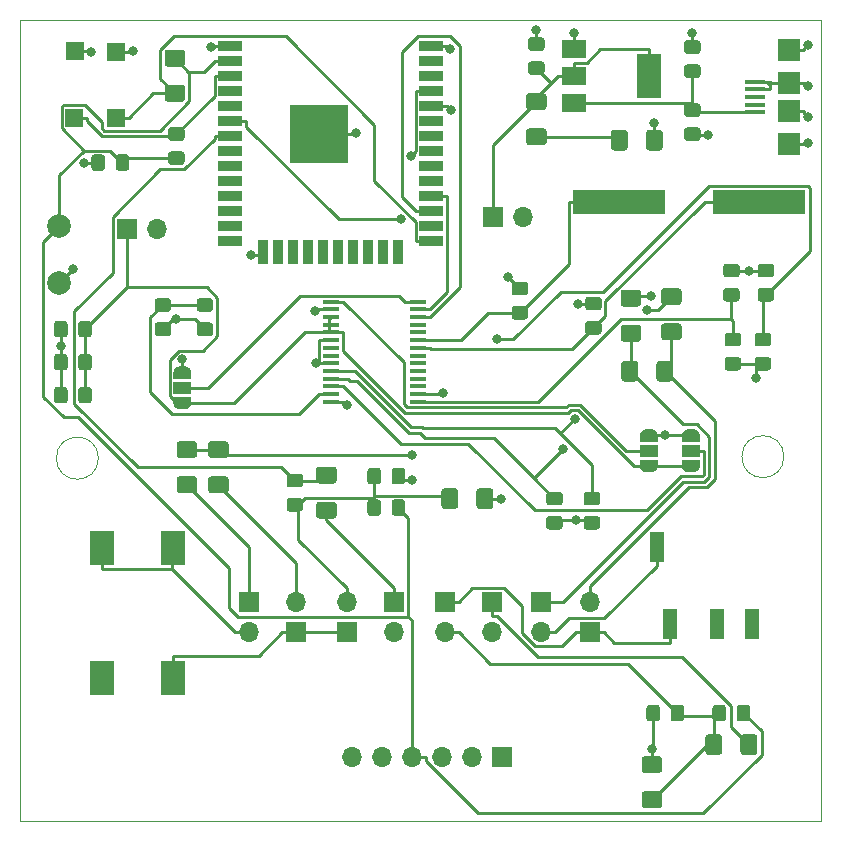
<source format=gbr>
%TF.GenerationSoftware,KiCad,Pcbnew,(5.1.8)-1*%
%TF.CreationDate,2021-07-11T12:48:12+05:30*%
%TF.ProjectId,AC_RMS_ESP32_ATM90E26,41435f52-4d53-45f4-9553-5033325f4154,V2*%
%TF.SameCoordinates,Original*%
%TF.FileFunction,Copper,L1,Top*%
%TF.FilePolarity,Positive*%
%FSLAX46Y46*%
G04 Gerber Fmt 4.6, Leading zero omitted, Abs format (unit mm)*
G04 Created by KiCad (PCBNEW (5.1.8)-1) date 2021-07-11 12:48:12*
%MOMM*%
%LPD*%
G01*
G04 APERTURE LIST*
%TA.AperFunction,Profile*%
%ADD10C,0.050000*%
%TD*%
%TA.AperFunction,ComponentPad*%
%ADD11O,1.700000X1.700000*%
%TD*%
%TA.AperFunction,ComponentPad*%
%ADD12R,1.700000X1.700000*%
%TD*%
%TA.AperFunction,SMDPad,CuDef*%
%ADD13R,1.900000X1.900000*%
%TD*%
%TA.AperFunction,SMDPad,CuDef*%
%ADD14R,1.800000X0.400000*%
%TD*%
%TA.AperFunction,SMDPad,CuDef*%
%ADD15R,1.500000X1.500000*%
%TD*%
%TA.AperFunction,SMDPad,CuDef*%
%ADD16R,2.000000X3.000000*%
%TD*%
%TA.AperFunction,SMDPad,CuDef*%
%ADD17C,0.100000*%
%TD*%
%TA.AperFunction,SMDPad,CuDef*%
%ADD18R,1.500000X1.000000*%
%TD*%
%TA.AperFunction,SMDPad,CuDef*%
%ADD19C,2.000000*%
%TD*%
%TA.AperFunction,SMDPad,CuDef*%
%ADD20R,5.000000X5.000000*%
%TD*%
%TA.AperFunction,SMDPad,CuDef*%
%ADD21R,2.000000X0.900000*%
%TD*%
%TA.AperFunction,SMDPad,CuDef*%
%ADD22R,0.900000X2.000000*%
%TD*%
%TA.AperFunction,SMDPad,CuDef*%
%ADD23R,7.875000X2.000000*%
%TD*%
%TA.AperFunction,SMDPad,CuDef*%
%ADD24R,2.000000X3.800000*%
%TD*%
%TA.AperFunction,SMDPad,CuDef*%
%ADD25R,2.000000X1.500000*%
%TD*%
%TA.AperFunction,SMDPad,CuDef*%
%ADD26R,1.397000X0.348000*%
%TD*%
%TA.AperFunction,SMDPad,CuDef*%
%ADD27R,1.200000X2.500000*%
%TD*%
%TA.AperFunction,ViaPad*%
%ADD28C,0.800000*%
%TD*%
%TA.AperFunction,Conductor*%
%ADD29C,0.254000*%
%TD*%
G04 APERTURE END LIST*
D10*
X137795000Y-66040000D02*
X137795000Y-133858000D01*
X69977000Y-66040000D02*
X69977000Y-133858000D01*
X134620000Y-102997000D02*
G75*
G03*
X134620000Y-102997000I-1778000J0D01*
G01*
X76585530Y-103124000D02*
G75*
G03*
X76585530Y-103124000I-1782530J0D01*
G01*
X137795000Y-66040000D02*
X122301000Y-66040000D01*
X122301000Y-66040000D02*
X85471000Y-66040000D01*
X85471000Y-66040000D02*
X69977000Y-66040000D01*
X122301000Y-133858000D02*
X137795000Y-133858000D01*
X85471000Y-133858000D02*
X122301000Y-133858000D01*
X69977000Y-133858000D02*
X85471000Y-133858000D01*
D11*
%TO.P,J11,2*%
%TO.N,CS*%
X114066000Y-117866000D03*
D12*
%TO.P,J11,1*%
%TO.N,/I1N_IN*%
X114066000Y-115326000D03*
%TD*%
D13*
%TO.P,J4,6*%
%TO.N,GND*%
X135085000Y-73735000D03*
X135085000Y-71335000D03*
X135085000Y-68585000D03*
X135085000Y-76485000D03*
D14*
%TO.P,J4,5*%
X132185000Y-71235000D03*
%TO.P,J4,4*%
X132185000Y-71885000D03*
%TO.P,J4,3*%
%TO.N,N/C*%
X132185000Y-72535000D03*
%TO.P,J4,1*%
%TO.N,Net-(C5-Pad1)*%
X132185000Y-73835000D03*
%TO.P,J4,2*%
%TO.N,N/C*%
X132185000Y-73185000D03*
%TD*%
D15*
%TO.P,sw1,1*%
%TO.N,GND*%
X78095000Y-68693000D03*
%TO.P,sw1,2*%
%TO.N,GPIO0*%
X78085000Y-74313000D03*
%TD*%
%TO.P,sw2,2*%
%TO.N,GND*%
X74569000Y-68689000D03*
%TO.P,sw2,1*%
%TO.N,Reset*%
X74559000Y-74309000D03*
%TD*%
%TO.P,D2,1*%
%TO.N,GND*%
%TA.AperFunction,SMDPad,CuDef*%
G36*
G01*
X124374000Y-75575000D02*
X124374000Y-76825000D01*
G75*
G02*
X124124000Y-77075000I-250000J0D01*
G01*
X123199000Y-77075000D01*
G75*
G02*
X122949000Y-76825000I0J250000D01*
G01*
X122949000Y-75575000D01*
G75*
G02*
X123199000Y-75325000I250000J0D01*
G01*
X124124000Y-75325000D01*
G75*
G02*
X124374000Y-75575000I0J-250000D01*
G01*
G37*
%TD.AperFunction*%
%TO.P,D2,2*%
%TO.N,Net-(D2-Pad2)*%
%TA.AperFunction,SMDPad,CuDef*%
G36*
G01*
X121399000Y-75575000D02*
X121399000Y-76825000D01*
G75*
G02*
X121149000Y-77075000I-250000J0D01*
G01*
X120224000Y-77075000D01*
G75*
G02*
X119974000Y-76825000I0J250000D01*
G01*
X119974000Y-75575000D01*
G75*
G02*
X120224000Y-75325000I250000J0D01*
G01*
X121149000Y-75325000D01*
G75*
G02*
X121399000Y-75575000I0J-250000D01*
G01*
G37*
%TD.AperFunction*%
%TD*%
D12*
%TO.P,J3,1*%
%TO.N,ADC1*%
X109911000Y-115326000D03*
D11*
%TO.P,J3,2*%
%TO.N,CS*%
X109911000Y-117866000D03*
%TD*%
D12*
%TO.P,J2,1*%
%TO.N,CT*%
X105898000Y-115326000D03*
D11*
%TO.P,J2,2*%
%TO.N,Net-(C1-Pad1)*%
X105898000Y-117866000D03*
%TD*%
D12*
%TO.P,J5,1*%
%TO.N,V2*%
X97637600Y-117876000D03*
D11*
%TO.P,J5,2*%
%TO.N,Net-(C2-Pad1)*%
X97637600Y-115336000D03*
%TD*%
%TO.P,J6,2*%
%TO.N,V1*%
X101651000Y-117866000D03*
D12*
%TO.P,J6,1*%
%TO.N,Net-(J6-Pad1)*%
X101651000Y-115326000D03*
%TD*%
%TO.P,J10,1*%
%TO.N,3V3_ATM*%
X78994000Y-83693000D03*
D11*
%TO.P,J10,2*%
%TO.N,Net-(C4-Pad1)*%
X81534000Y-83693000D03*
%TD*%
%TO.P,J7,2*%
%TO.N,3V3_ESP*%
X112522000Y-82677000D03*
D12*
%TO.P,J7,1*%
%TO.N,Net-(C4-Pad1)*%
X109982000Y-82677000D03*
%TD*%
D16*
%TO.P,J8,1*%
%TO.N,V1*%
X76883000Y-110705000D03*
X82883000Y-110705000D03*
%TO.P,J8,2*%
%TO.N,V2*%
X82883000Y-121705000D03*
%TO.P,J8,3*%
%TO.N,N/C*%
X76883000Y-121705000D03*
%TD*%
D12*
%TO.P,J9,1*%
%TO.N,N/C*%
X110744000Y-128397000D03*
D11*
%TO.P,J9,2*%
%TO.N,RX*%
X108204000Y-128397000D03*
%TO.P,J9,3*%
%TO.N,TX*%
X105664000Y-128397000D03*
%TO.P,J9,4*%
%TO.N,3V3_ESP*%
X103124000Y-128397000D03*
%TO.P,J9,5*%
%TO.N,N/C*%
X100584000Y-128397000D03*
%TO.P,J9,6*%
%TO.N,GND*%
X98044000Y-128397000D03*
%TD*%
%TO.P,J12,2*%
%TO.N,/I1P_IN*%
X118222000Y-115336000D03*
D12*
%TO.P,J12,1*%
%TO.N,CT*%
X118222000Y-117876000D03*
%TD*%
%TO.P,J13,1*%
%TO.N,Net-(J13-Pad1)*%
X89344500Y-115326000D03*
D11*
%TO.P,J13,2*%
%TO.N,V1*%
X89344500Y-117866000D03*
%TD*%
D12*
%TO.P,J14,1*%
%TO.N,V2*%
X93332300Y-117876000D03*
D11*
%TO.P,J14,2*%
%TO.N,Net-(J14-Pad2)*%
X93332300Y-115336000D03*
%TD*%
%TO.P,R1,1*%
%TO.N,ADC1*%
%TA.AperFunction,SMDPad,CuDef*%
G36*
G01*
X132375000Y-126756000D02*
X132375000Y-128006000D01*
G75*
G02*
X132125000Y-128256000I-250000J0D01*
G01*
X131200000Y-128256000D01*
G75*
G02*
X130950000Y-128006000I0J250000D01*
G01*
X130950000Y-126756000D01*
G75*
G02*
X131200000Y-126506000I250000J0D01*
G01*
X132125000Y-126506000D01*
G75*
G02*
X132375000Y-126756000I0J-250000D01*
G01*
G37*
%TD.AperFunction*%
%TO.P,R1,2*%
%TO.N,Net-(C1-Pad1)*%
%TA.AperFunction,SMDPad,CuDef*%
G36*
G01*
X129400000Y-126756000D02*
X129400000Y-128006000D01*
G75*
G02*
X129150000Y-128256000I-250000J0D01*
G01*
X128225000Y-128256000D01*
G75*
G02*
X127975000Y-128006000I0J250000D01*
G01*
X127975000Y-126756000D01*
G75*
G02*
X128225000Y-126506000I250000J0D01*
G01*
X129150000Y-126506000D01*
G75*
G02*
X129400000Y-126756000I0J-250000D01*
G01*
G37*
%TD.AperFunction*%
%TD*%
%TO.P,R4,1*%
%TO.N,ADC2*%
%TA.AperFunction,SMDPad,CuDef*%
G36*
G01*
X95260000Y-103845000D02*
X96510000Y-103845000D01*
G75*
G02*
X96760000Y-104095000I0J-250000D01*
G01*
X96760000Y-105020000D01*
G75*
G02*
X96510000Y-105270000I-250000J0D01*
G01*
X95260000Y-105270000D01*
G75*
G02*
X95010000Y-105020000I0J250000D01*
G01*
X95010000Y-104095000D01*
G75*
G02*
X95260000Y-103845000I250000J0D01*
G01*
G37*
%TD.AperFunction*%
%TO.P,R4,2*%
%TO.N,Net-(J6-Pad1)*%
%TA.AperFunction,SMDPad,CuDef*%
G36*
G01*
X95260000Y-106820000D02*
X96510000Y-106820000D01*
G75*
G02*
X96760000Y-107070000I0J-250000D01*
G01*
X96760000Y-107995000D01*
G75*
G02*
X96510000Y-108245000I-250000J0D01*
G01*
X95260000Y-108245000D01*
G75*
G02*
X95010000Y-107995000I0J250000D01*
G01*
X95010000Y-107070000D01*
G75*
G02*
X95260000Y-106820000I250000J0D01*
G01*
G37*
%TD.AperFunction*%
%TD*%
%TO.P,R9,2*%
%TO.N,GPIO0*%
%TA.AperFunction,SMDPad,CuDef*%
G36*
G01*
X82433000Y-71514000D02*
X83683000Y-71514000D01*
G75*
G02*
X83933000Y-71764000I0J-250000D01*
G01*
X83933000Y-72689000D01*
G75*
G02*
X83683000Y-72939000I-250000J0D01*
G01*
X82433000Y-72939000D01*
G75*
G02*
X82183000Y-72689000I0J250000D01*
G01*
X82183000Y-71764000D01*
G75*
G02*
X82433000Y-71514000I250000J0D01*
G01*
G37*
%TD.AperFunction*%
%TO.P,R9,1*%
%TO.N,3V3_ESP*%
%TA.AperFunction,SMDPad,CuDef*%
G36*
G01*
X82433000Y-68539000D02*
X83683000Y-68539000D01*
G75*
G02*
X83933000Y-68789000I0J-250000D01*
G01*
X83933000Y-69714000D01*
G75*
G02*
X83683000Y-69964000I-250000J0D01*
G01*
X82433000Y-69964000D01*
G75*
G02*
X82183000Y-69714000I0J250000D01*
G01*
X82183000Y-68789000D01*
G75*
G02*
X82433000Y-68539000I250000J0D01*
G01*
G37*
%TD.AperFunction*%
%TD*%
%TO.P,R10,1*%
%TO.N,Net-(C4-Pad1)*%
%TA.AperFunction,SMDPad,CuDef*%
G36*
G01*
X113040000Y-72222000D02*
X114290000Y-72222000D01*
G75*
G02*
X114540000Y-72472000I0J-250000D01*
G01*
X114540000Y-73397000D01*
G75*
G02*
X114290000Y-73647000I-250000J0D01*
G01*
X113040000Y-73647000D01*
G75*
G02*
X112790000Y-73397000I0J250000D01*
G01*
X112790000Y-72472000D01*
G75*
G02*
X113040000Y-72222000I250000J0D01*
G01*
G37*
%TD.AperFunction*%
%TO.P,R10,2*%
%TO.N,Net-(D2-Pad2)*%
%TA.AperFunction,SMDPad,CuDef*%
G36*
G01*
X113040000Y-75197000D02*
X114290000Y-75197000D01*
G75*
G02*
X114540000Y-75447000I0J-250000D01*
G01*
X114540000Y-76372000D01*
G75*
G02*
X114290000Y-76622000I-250000J0D01*
G01*
X113040000Y-76622000D01*
G75*
G02*
X112790000Y-76372000I0J250000D01*
G01*
X112790000Y-75447000D01*
G75*
G02*
X113040000Y-75197000I250000J0D01*
G01*
G37*
%TD.AperFunction*%
%TD*%
%TO.P,R13,2*%
%TO.N,/I1P_IN*%
%TA.AperFunction,SMDPad,CuDef*%
G36*
G01*
X123838000Y-96383000D02*
X123838000Y-95133000D01*
G75*
G02*
X124088000Y-94883000I250000J0D01*
G01*
X125013000Y-94883000D01*
G75*
G02*
X125263000Y-95133000I0J-250000D01*
G01*
X125263000Y-96383000D01*
G75*
G02*
X125013000Y-96633000I-250000J0D01*
G01*
X124088000Y-96633000D01*
G75*
G02*
X123838000Y-96383000I0J250000D01*
G01*
G37*
%TD.AperFunction*%
%TO.P,R13,1*%
%TO.N,/I1N_IN*%
%TA.AperFunction,SMDPad,CuDef*%
G36*
G01*
X120863000Y-96383000D02*
X120863000Y-95133000D01*
G75*
G02*
X121113000Y-94883000I250000J0D01*
G01*
X122038000Y-94883000D01*
G75*
G02*
X122288000Y-95133000I0J-250000D01*
G01*
X122288000Y-96383000D01*
G75*
G02*
X122038000Y-96633000I-250000J0D01*
G01*
X121113000Y-96633000D01*
G75*
G02*
X120863000Y-96383000I0J250000D01*
G01*
G37*
%TD.AperFunction*%
%TD*%
%TO.P,R14,2*%
%TO.N,/I1N_IN*%
%TA.AperFunction,SMDPad,CuDef*%
G36*
G01*
X121041000Y-91834000D02*
X122291000Y-91834000D01*
G75*
G02*
X122541000Y-92084000I0J-250000D01*
G01*
X122541000Y-93009000D01*
G75*
G02*
X122291000Y-93259000I-250000J0D01*
G01*
X121041000Y-93259000D01*
G75*
G02*
X120791000Y-93009000I0J250000D01*
G01*
X120791000Y-92084000D01*
G75*
G02*
X121041000Y-91834000I250000J0D01*
G01*
G37*
%TD.AperFunction*%
%TO.P,R14,1*%
%TO.N,I1N*%
%TA.AperFunction,SMDPad,CuDef*%
G36*
G01*
X121041000Y-88859000D02*
X122291000Y-88859000D01*
G75*
G02*
X122541000Y-89109000I0J-250000D01*
G01*
X122541000Y-90034000D01*
G75*
G02*
X122291000Y-90284000I-250000J0D01*
G01*
X121041000Y-90284000D01*
G75*
G02*
X120791000Y-90034000I0J250000D01*
G01*
X120791000Y-89109000D01*
G75*
G02*
X121041000Y-88859000I250000J0D01*
G01*
G37*
%TD.AperFunction*%
%TD*%
%TO.P,R15,2*%
%TO.N,/I1P_IN*%
%TA.AperFunction,SMDPad,CuDef*%
G36*
G01*
X124470000Y-91707000D02*
X125720000Y-91707000D01*
G75*
G02*
X125970000Y-91957000I0J-250000D01*
G01*
X125970000Y-92882000D01*
G75*
G02*
X125720000Y-93132000I-250000J0D01*
G01*
X124470000Y-93132000D01*
G75*
G02*
X124220000Y-92882000I0J250000D01*
G01*
X124220000Y-91957000D01*
G75*
G02*
X124470000Y-91707000I250000J0D01*
G01*
G37*
%TD.AperFunction*%
%TO.P,R15,1*%
%TO.N,I1P*%
%TA.AperFunction,SMDPad,CuDef*%
G36*
G01*
X124470000Y-88732000D02*
X125720000Y-88732000D01*
G75*
G02*
X125970000Y-88982000I0J-250000D01*
G01*
X125970000Y-89907000D01*
G75*
G02*
X125720000Y-90157000I-250000J0D01*
G01*
X124470000Y-90157000D01*
G75*
G02*
X124220000Y-89907000I0J250000D01*
G01*
X124220000Y-88982000D01*
G75*
G02*
X124470000Y-88732000I250000J0D01*
G01*
G37*
%TD.AperFunction*%
%TD*%
%TO.P,R16,1*%
%TO.N,Net-(J13-Pad1)*%
%TA.AperFunction,SMDPad,CuDef*%
G36*
G01*
X84699000Y-106086000D02*
X83449000Y-106086000D01*
G75*
G02*
X83199000Y-105836000I0J250000D01*
G01*
X83199000Y-104911000D01*
G75*
G02*
X83449000Y-104661000I250000J0D01*
G01*
X84699000Y-104661000D01*
G75*
G02*
X84949000Y-104911000I0J-250000D01*
G01*
X84949000Y-105836000D01*
G75*
G02*
X84699000Y-106086000I-250000J0D01*
G01*
G37*
%TD.AperFunction*%
%TO.P,R16,2*%
%TO.N,VP*%
%TA.AperFunction,SMDPad,CuDef*%
G36*
G01*
X84699000Y-103111000D02*
X83449000Y-103111000D01*
G75*
G02*
X83199000Y-102861000I0J250000D01*
G01*
X83199000Y-101936000D01*
G75*
G02*
X83449000Y-101686000I250000J0D01*
G01*
X84699000Y-101686000D01*
G75*
G02*
X84949000Y-101936000I0J-250000D01*
G01*
X84949000Y-102861000D01*
G75*
G02*
X84699000Y-103111000I-250000J0D01*
G01*
G37*
%TD.AperFunction*%
%TD*%
%TO.P,R17,2*%
%TO.N,Net-(J14-Pad2)*%
%TA.AperFunction,SMDPad,CuDef*%
G36*
G01*
X86116000Y-104661000D02*
X87366000Y-104661000D01*
G75*
G02*
X87616000Y-104911000I0J-250000D01*
G01*
X87616000Y-105836000D01*
G75*
G02*
X87366000Y-106086000I-250000J0D01*
G01*
X86116000Y-106086000D01*
G75*
G02*
X85866000Y-105836000I0J250000D01*
G01*
X85866000Y-104911000D01*
G75*
G02*
X86116000Y-104661000I250000J0D01*
G01*
G37*
%TD.AperFunction*%
%TO.P,R17,1*%
%TO.N,VP*%
%TA.AperFunction,SMDPad,CuDef*%
G36*
G01*
X86116000Y-101686000D02*
X87366000Y-101686000D01*
G75*
G02*
X87616000Y-101936000I0J-250000D01*
G01*
X87616000Y-102861000D01*
G75*
G02*
X87366000Y-103111000I-250000J0D01*
G01*
X86116000Y-103111000D01*
G75*
G02*
X85866000Y-102861000I0J250000D01*
G01*
X85866000Y-101936000D01*
G75*
G02*
X86116000Y-101686000I250000J0D01*
G01*
G37*
%TD.AperFunction*%
%TD*%
%TA.AperFunction,SMDPad,CuDef*%
D17*
%TO.P,SJ1,1*%
%TO.N,GND*%
G36*
X125996000Y-101739000D02*
G01*
X125996000Y-101189000D01*
X125996602Y-101189000D01*
X125996602Y-101164466D01*
X126001412Y-101115635D01*
X126010984Y-101067510D01*
X126025228Y-101020555D01*
X126044005Y-100975222D01*
X126067136Y-100931949D01*
X126094396Y-100891150D01*
X126125524Y-100853221D01*
X126160221Y-100818524D01*
X126198150Y-100787396D01*
X126238949Y-100760136D01*
X126282222Y-100737005D01*
X126327555Y-100718228D01*
X126374510Y-100703984D01*
X126422635Y-100694412D01*
X126471466Y-100689602D01*
X126496000Y-100689602D01*
X126496000Y-100689000D01*
X126996000Y-100689000D01*
X126996000Y-100689602D01*
X127020534Y-100689602D01*
X127069365Y-100694412D01*
X127117490Y-100703984D01*
X127164445Y-100718228D01*
X127209778Y-100737005D01*
X127253051Y-100760136D01*
X127293850Y-100787396D01*
X127331779Y-100818524D01*
X127366476Y-100853221D01*
X127397604Y-100891150D01*
X127424864Y-100931949D01*
X127447995Y-100975222D01*
X127466772Y-101020555D01*
X127481016Y-101067510D01*
X127490588Y-101115635D01*
X127495398Y-101164466D01*
X127495398Y-101189000D01*
X127496000Y-101189000D01*
X127496000Y-101739000D01*
X125996000Y-101739000D01*
G37*
%TD.AperFunction*%
%TA.AperFunction,SMDPad,CuDef*%
%TO.P,SJ1,3*%
%TO.N,3V3_ATM*%
G36*
X127495398Y-103789000D02*
G01*
X127495398Y-103813534D01*
X127490588Y-103862365D01*
X127481016Y-103910490D01*
X127466772Y-103957445D01*
X127447995Y-104002778D01*
X127424864Y-104046051D01*
X127397604Y-104086850D01*
X127366476Y-104124779D01*
X127331779Y-104159476D01*
X127293850Y-104190604D01*
X127253051Y-104217864D01*
X127209778Y-104240995D01*
X127164445Y-104259772D01*
X127117490Y-104274016D01*
X127069365Y-104283588D01*
X127020534Y-104288398D01*
X126996000Y-104288398D01*
X126996000Y-104289000D01*
X126496000Y-104289000D01*
X126496000Y-104288398D01*
X126471466Y-104288398D01*
X126422635Y-104283588D01*
X126374510Y-104274016D01*
X126327555Y-104259772D01*
X126282222Y-104240995D01*
X126238949Y-104217864D01*
X126198150Y-104190604D01*
X126160221Y-104159476D01*
X126125524Y-104124779D01*
X126094396Y-104086850D01*
X126067136Y-104046051D01*
X126044005Y-104002778D01*
X126025228Y-103957445D01*
X126010984Y-103910490D01*
X126001412Y-103862365D01*
X125996602Y-103813534D01*
X125996602Y-103789000D01*
X125996000Y-103789000D01*
X125996000Y-103239000D01*
X127496000Y-103239000D01*
X127496000Y-103789000D01*
X127495398Y-103789000D01*
G37*
%TD.AperFunction*%
D18*
%TO.P,SJ1,2*%
%TO.N,Net-(SJ1-Pad2)*%
X126746000Y-102489000D03*
%TD*%
%TA.AperFunction,SMDPad,CuDef*%
D17*
%TO.P,SJ2,1*%
%TO.N,3V3_ATM*%
G36*
X123940000Y-103239000D02*
G01*
X123940000Y-103789000D01*
X123939398Y-103789000D01*
X123939398Y-103813534D01*
X123934588Y-103862365D01*
X123925016Y-103910490D01*
X123910772Y-103957445D01*
X123891995Y-104002778D01*
X123868864Y-104046051D01*
X123841604Y-104086850D01*
X123810476Y-104124779D01*
X123775779Y-104159476D01*
X123737850Y-104190604D01*
X123697051Y-104217864D01*
X123653778Y-104240995D01*
X123608445Y-104259772D01*
X123561490Y-104274016D01*
X123513365Y-104283588D01*
X123464534Y-104288398D01*
X123440000Y-104288398D01*
X123440000Y-104289000D01*
X122940000Y-104289000D01*
X122940000Y-104288398D01*
X122915466Y-104288398D01*
X122866635Y-104283588D01*
X122818510Y-104274016D01*
X122771555Y-104259772D01*
X122726222Y-104240995D01*
X122682949Y-104217864D01*
X122642150Y-104190604D01*
X122604221Y-104159476D01*
X122569524Y-104124779D01*
X122538396Y-104086850D01*
X122511136Y-104046051D01*
X122488005Y-104002778D01*
X122469228Y-103957445D01*
X122454984Y-103910490D01*
X122445412Y-103862365D01*
X122440602Y-103813534D01*
X122440602Y-103789000D01*
X122440000Y-103789000D01*
X122440000Y-103239000D01*
X123940000Y-103239000D01*
G37*
%TD.AperFunction*%
%TA.AperFunction,SMDPad,CuDef*%
%TO.P,SJ2,3*%
%TO.N,GND*%
G36*
X122440602Y-101189000D02*
G01*
X122440602Y-101164466D01*
X122445412Y-101115635D01*
X122454984Y-101067510D01*
X122469228Y-101020555D01*
X122488005Y-100975222D01*
X122511136Y-100931949D01*
X122538396Y-100891150D01*
X122569524Y-100853221D01*
X122604221Y-100818524D01*
X122642150Y-100787396D01*
X122682949Y-100760136D01*
X122726222Y-100737005D01*
X122771555Y-100718228D01*
X122818510Y-100703984D01*
X122866635Y-100694412D01*
X122915466Y-100689602D01*
X122940000Y-100689602D01*
X122940000Y-100689000D01*
X123440000Y-100689000D01*
X123440000Y-100689602D01*
X123464534Y-100689602D01*
X123513365Y-100694412D01*
X123561490Y-100703984D01*
X123608445Y-100718228D01*
X123653778Y-100737005D01*
X123697051Y-100760136D01*
X123737850Y-100787396D01*
X123775779Y-100818524D01*
X123810476Y-100853221D01*
X123841604Y-100891150D01*
X123868864Y-100931949D01*
X123891995Y-100975222D01*
X123910772Y-101020555D01*
X123925016Y-101067510D01*
X123934588Y-101115635D01*
X123939398Y-101164466D01*
X123939398Y-101189000D01*
X123940000Y-101189000D01*
X123940000Y-101739000D01*
X122440000Y-101739000D01*
X122440000Y-101189000D01*
X122440602Y-101189000D01*
G37*
%TD.AperFunction*%
D18*
%TO.P,SJ2,2*%
%TO.N,Net-(SJ2-Pad2)*%
X123190000Y-102489000D03*
%TD*%
%TO.P,SJ3,2*%
%TO.N,Net-(SJ3-Pad2)*%
X83693000Y-97155000D03*
%TA.AperFunction,SMDPad,CuDef*%
D17*
%TO.P,SJ3,3*%
%TO.N,3V3_ATM*%
G36*
X84442398Y-98455000D02*
G01*
X84442398Y-98479534D01*
X84437588Y-98528365D01*
X84428016Y-98576490D01*
X84413772Y-98623445D01*
X84394995Y-98668778D01*
X84371864Y-98712051D01*
X84344604Y-98752850D01*
X84313476Y-98790779D01*
X84278779Y-98825476D01*
X84240850Y-98856604D01*
X84200051Y-98883864D01*
X84156778Y-98906995D01*
X84111445Y-98925772D01*
X84064490Y-98940016D01*
X84016365Y-98949588D01*
X83967534Y-98954398D01*
X83943000Y-98954398D01*
X83943000Y-98955000D01*
X83443000Y-98955000D01*
X83443000Y-98954398D01*
X83418466Y-98954398D01*
X83369635Y-98949588D01*
X83321510Y-98940016D01*
X83274555Y-98925772D01*
X83229222Y-98906995D01*
X83185949Y-98883864D01*
X83145150Y-98856604D01*
X83107221Y-98825476D01*
X83072524Y-98790779D01*
X83041396Y-98752850D01*
X83014136Y-98712051D01*
X82991005Y-98668778D01*
X82972228Y-98623445D01*
X82957984Y-98576490D01*
X82948412Y-98528365D01*
X82943602Y-98479534D01*
X82943602Y-98455000D01*
X82943000Y-98455000D01*
X82943000Y-97905000D01*
X84443000Y-97905000D01*
X84443000Y-98455000D01*
X84442398Y-98455000D01*
G37*
%TD.AperFunction*%
%TA.AperFunction,SMDPad,CuDef*%
%TO.P,SJ3,1*%
%TO.N,GND*%
G36*
X82943000Y-96405000D02*
G01*
X82943000Y-95855000D01*
X82943602Y-95855000D01*
X82943602Y-95830466D01*
X82948412Y-95781635D01*
X82957984Y-95733510D01*
X82972228Y-95686555D01*
X82991005Y-95641222D01*
X83014136Y-95597949D01*
X83041396Y-95557150D01*
X83072524Y-95519221D01*
X83107221Y-95484524D01*
X83145150Y-95453396D01*
X83185949Y-95426136D01*
X83229222Y-95403005D01*
X83274555Y-95384228D01*
X83321510Y-95369984D01*
X83369635Y-95360412D01*
X83418466Y-95355602D01*
X83443000Y-95355602D01*
X83443000Y-95355000D01*
X83943000Y-95355000D01*
X83943000Y-95355602D01*
X83967534Y-95355602D01*
X84016365Y-95360412D01*
X84064490Y-95369984D01*
X84111445Y-95384228D01*
X84156778Y-95403005D01*
X84200051Y-95426136D01*
X84240850Y-95453396D01*
X84278779Y-95484524D01*
X84313476Y-95519221D01*
X84344604Y-95557150D01*
X84371864Y-95597949D01*
X84394995Y-95641222D01*
X84413772Y-95686555D01*
X84428016Y-95733510D01*
X84437588Y-95781635D01*
X84442398Y-95830466D01*
X84442398Y-95855000D01*
X84443000Y-95855000D01*
X84443000Y-96405000D01*
X82943000Y-96405000D01*
G37*
%TD.AperFunction*%
%TD*%
D19*
%TO.P,TP1,1*%
%TO.N,GND*%
X73279000Y-88265000D03*
%TD*%
%TO.P,TP2,1*%
%TO.N,3V3_ESP*%
X73279000Y-83439000D03*
%TD*%
D20*
%TO.P,U1,39*%
%TO.N,GND*%
X95266000Y-75699000D03*
D21*
%TO.P,U1,1*%
X87766000Y-68199000D03*
%TO.P,U1,2*%
%TO.N,3V3_ESP*%
X87766000Y-69469000D03*
%TO.P,U1,3*%
%TO.N,Reset*%
X87766000Y-70739000D03*
%TO.P,U1,4*%
%TO.N,N/C*%
X87766000Y-72009000D03*
%TO.P,U1,5*%
X87766000Y-73279000D03*
%TO.P,U1,6*%
%TO.N,ADC1*%
X87766000Y-74549000D03*
%TO.P,U1,7*%
%TO.N,ADC2*%
X87766000Y-75819000D03*
%TO.P,U1,8*%
%TO.N,N/C*%
X87766000Y-77089000D03*
%TO.P,U1,9*%
X87766000Y-78359000D03*
%TO.P,U1,10*%
X87766000Y-79629000D03*
%TO.P,U1,11*%
X87766000Y-80899000D03*
%TO.P,U1,12*%
X87766000Y-82169000D03*
%TO.P,U1,13*%
X87766000Y-83439000D03*
%TO.P,U1,14*%
X87766000Y-84709000D03*
D22*
%TO.P,U1,15*%
%TO.N,GND*%
X90551000Y-85709000D03*
%TO.P,U1,16*%
%TO.N,N/C*%
X91821000Y-85709000D03*
%TO.P,U1,17*%
X93091000Y-85709000D03*
%TO.P,U1,18*%
X94361000Y-85709000D03*
%TO.P,U1,19*%
X95631000Y-85709000D03*
%TO.P,U1,20*%
X96901000Y-85709000D03*
%TO.P,U1,21*%
X98171000Y-85709000D03*
%TO.P,U1,22*%
X99441000Y-85709000D03*
%TO.P,U1,23*%
X100711000Y-85709000D03*
%TO.P,U1,24*%
X101981000Y-85709000D03*
D21*
%TO.P,U1,25*%
%TO.N,GPIO0*%
X104766000Y-84709000D03*
%TO.P,U1,26*%
%TO.N,N/C*%
X104766000Y-83439000D03*
%TO.P,U1,27*%
%TO.N,ESP_RX1*%
X104766000Y-82169000D03*
%TO.P,U1,28*%
%TO.N,ESP_TX1*%
X104766000Y-80899000D03*
%TO.P,U1,29*%
%TO.N,N/C*%
X104766000Y-79629000D03*
%TO.P,U1,30*%
X104766000Y-78359000D03*
%TO.P,U1,31*%
X104766000Y-77089000D03*
%TO.P,U1,32*%
X104766000Y-75819000D03*
%TO.P,U1,33*%
X104766000Y-74549000D03*
%TO.P,U1,34*%
%TO.N,RX*%
X104766000Y-73279000D03*
%TO.P,U1,35*%
%TO.N,TX*%
X104766000Y-72009000D03*
%TO.P,U1,36*%
%TO.N,N/C*%
X104766000Y-70739000D03*
%TO.P,U1,37*%
X104766000Y-69469000D03*
%TO.P,U1,38*%
%TO.N,GND*%
X104766000Y-68199000D03*
%TD*%
D23*
%TO.P,Y1,1*%
%TO.N,/OSCI*%
X132556500Y-81407000D03*
%TO.P,Y1,2*%
%TO.N,/OSCO*%
X120681500Y-81407000D03*
%TD*%
D24*
%TO.P,U3,2*%
%TO.N,Net-(C4-Pad1)*%
X123165000Y-70739000D03*
D25*
X116865000Y-70739000D03*
%TO.P,U3,3*%
%TO.N,Net-(C5-Pad1)*%
X116865000Y-73039000D03*
%TO.P,U3,1*%
%TO.N,GND*%
X116865000Y-68439000D03*
%TD*%
D26*
%TO.P,U2,28*%
%TO.N,Net-(SJ3-Pad2)*%
X103605000Y-89882000D03*
%TO.P,U2,27*%
%TO.N,ESP_TX1*%
X103605000Y-90532000D03*
%TO.P,U2,26*%
%TO.N,ESP_RX1*%
X103605000Y-91182000D03*
%TO.P,U2,25*%
%TO.N,N/C*%
X103605000Y-91832000D03*
%TO.P,U2,24*%
X103605000Y-92482000D03*
%TO.P,U2,23*%
%TO.N,/OSCO*%
X103605000Y-93132000D03*
%TO.P,U2,22*%
%TO.N,/OSCI*%
X103605000Y-93782000D03*
%TO.P,U2,20*%
%TO.N,N/C*%
X103605000Y-95082000D03*
%TO.P,U2,21*%
X103605000Y-94432000D03*
%TO.P,U2,19*%
X103605000Y-95732000D03*
%TO.P,U2,18*%
X103605000Y-96382000D03*
%TO.P,U2,17*%
X103605000Y-97032000D03*
%TO.P,U2,16*%
%TO.N,VP*%
X103605000Y-97682000D03*
%TO.P,U2,15*%
%TO.N,VN*%
X103605000Y-98332000D03*
%TO.P,U2,1*%
%TO.N,Net-(SJ2-Pad2)*%
X96293000Y-89882000D03*
%TO.P,U2,2*%
%TO.N,GND*%
X96293000Y-90532000D03*
%TO.P,U2,3*%
%TO.N,3V3_ATM*%
X96293000Y-91182000D03*
%TO.P,U2,4*%
X96293000Y-91832000D03*
%TO.P,U2,5*%
X96293000Y-92482000D03*
%TO.P,U2,6*%
%TO.N,GND*%
X96293000Y-93132000D03*
%TO.P,U2,7*%
%TO.N,N/C*%
X96293000Y-93782000D03*
%TO.P,U2,8*%
X96293000Y-94432000D03*
%TO.P,U2,9*%
%TO.N,GND*%
X96293000Y-95082000D03*
%TO.P,U2,10*%
%TO.N,I1N*%
X96293000Y-95732000D03*
%TO.P,U2,11*%
%TO.N,I1P*%
X96293000Y-96382000D03*
%TO.P,U2,12*%
%TO.N,Net-(SJ1-Pad2)*%
X96293000Y-97032000D03*
%TO.P,U2,13*%
%TO.N,Net-(C16-Pad1)*%
X96293000Y-97682000D03*
%TO.P,U2,14*%
%TO.N,GND*%
X96293000Y-98332000D03*
%TD*%
D27*
%TO.P,J1,S*%
%TO.N,CS*%
X123853000Y-110669000D03*
%TO.P,J1,T*%
%TO.N,CT*%
X124953000Y-117169000D03*
%TO.P,J1,R1*%
%TO.N,N/C*%
X128953000Y-117169000D03*
%TO.P,J1,R2*%
X131953000Y-117169000D03*
%TD*%
%TO.P,C1,2*%
%TO.N,GND*%
%TA.AperFunction,SMDPad,CuDef*%
G36*
G01*
X124069000Y-129781000D02*
X122819000Y-129781000D01*
G75*
G02*
X122569000Y-129531000I0J250000D01*
G01*
X122569000Y-128606000D01*
G75*
G02*
X122819000Y-128356000I250000J0D01*
G01*
X124069000Y-128356000D01*
G75*
G02*
X124319000Y-128606000I0J-250000D01*
G01*
X124319000Y-129531000D01*
G75*
G02*
X124069000Y-129781000I-250000J0D01*
G01*
G37*
%TD.AperFunction*%
%TO.P,C1,1*%
%TO.N,Net-(C1-Pad1)*%
%TA.AperFunction,SMDPad,CuDef*%
G36*
G01*
X124069000Y-132756000D02*
X122819000Y-132756000D01*
G75*
G02*
X122569000Y-132506000I0J250000D01*
G01*
X122569000Y-131581000D01*
G75*
G02*
X122819000Y-131331000I250000J0D01*
G01*
X124069000Y-131331000D01*
G75*
G02*
X124319000Y-131581000I0J-250000D01*
G01*
X124319000Y-132506000D01*
G75*
G02*
X124069000Y-132756000I-250000J0D01*
G01*
G37*
%TD.AperFunction*%
%TD*%
%TO.P,C2,1*%
%TO.N,Net-(C2-Pad1)*%
%TA.AperFunction,SMDPad,CuDef*%
G36*
G01*
X105623000Y-107178000D02*
X105623000Y-105928000D01*
G75*
G02*
X105873000Y-105678000I250000J0D01*
G01*
X106798000Y-105678000D01*
G75*
G02*
X107048000Y-105928000I0J-250000D01*
G01*
X107048000Y-107178000D01*
G75*
G02*
X106798000Y-107428000I-250000J0D01*
G01*
X105873000Y-107428000D01*
G75*
G02*
X105623000Y-107178000I0J250000D01*
G01*
G37*
%TD.AperFunction*%
%TO.P,C2,2*%
%TO.N,GND*%
%TA.AperFunction,SMDPad,CuDef*%
G36*
G01*
X108598000Y-107178000D02*
X108598000Y-105928000D01*
G75*
G02*
X108848000Y-105678000I250000J0D01*
G01*
X109773000Y-105678000D01*
G75*
G02*
X110023000Y-105928000I0J-250000D01*
G01*
X110023000Y-107178000D01*
G75*
G02*
X109773000Y-107428000I-250000J0D01*
G01*
X108848000Y-107428000D01*
G75*
G02*
X108598000Y-107178000I0J250000D01*
G01*
G37*
%TD.AperFunction*%
%TD*%
%TO.P,C3,1*%
%TO.N,GND*%
%TA.AperFunction,SMDPad,CuDef*%
G36*
G01*
X75997000Y-78555001D02*
X75997000Y-77654999D01*
G75*
G02*
X76246999Y-77405000I249999J0D01*
G01*
X76897001Y-77405000D01*
G75*
G02*
X77147000Y-77654999I0J-249999D01*
G01*
X77147000Y-78555001D01*
G75*
G02*
X76897001Y-78805000I-249999J0D01*
G01*
X76246999Y-78805000D01*
G75*
G02*
X75997000Y-78555001I0J249999D01*
G01*
G37*
%TD.AperFunction*%
%TO.P,C3,2*%
%TO.N,3V3_ESP*%
%TA.AperFunction,SMDPad,CuDef*%
G36*
G01*
X78047000Y-78555001D02*
X78047000Y-77654999D01*
G75*
G02*
X78296999Y-77405000I249999J0D01*
G01*
X78947001Y-77405000D01*
G75*
G02*
X79197000Y-77654999I0J-249999D01*
G01*
X79197000Y-78555001D01*
G75*
G02*
X78947001Y-78805000I-249999J0D01*
G01*
X78296999Y-78805000D01*
G75*
G02*
X78047000Y-78555001I0J249999D01*
G01*
G37*
%TD.AperFunction*%
%TD*%
%TO.P,C4,1*%
%TO.N,Net-(C4-Pad1)*%
%TA.AperFunction,SMDPad,CuDef*%
G36*
G01*
X114115001Y-70688000D02*
X113214999Y-70688000D01*
G75*
G02*
X112965000Y-70438001I0J249999D01*
G01*
X112965000Y-69787999D01*
G75*
G02*
X113214999Y-69538000I249999J0D01*
G01*
X114115001Y-69538000D01*
G75*
G02*
X114365000Y-69787999I0J-249999D01*
G01*
X114365000Y-70438001D01*
G75*
G02*
X114115001Y-70688000I-249999J0D01*
G01*
G37*
%TD.AperFunction*%
%TO.P,C4,2*%
%TO.N,GND*%
%TA.AperFunction,SMDPad,CuDef*%
G36*
G01*
X114115001Y-68638000D02*
X113214999Y-68638000D01*
G75*
G02*
X112965000Y-68388001I0J249999D01*
G01*
X112965000Y-67737999D01*
G75*
G02*
X113214999Y-67488000I249999J0D01*
G01*
X114115001Y-67488000D01*
G75*
G02*
X114365000Y-67737999I0J-249999D01*
G01*
X114365000Y-68388001D01*
G75*
G02*
X114115001Y-68638000I-249999J0D01*
G01*
G37*
%TD.AperFunction*%
%TD*%
%TO.P,C5,1*%
%TO.N,Net-(C5-Pad1)*%
%TA.AperFunction,SMDPad,CuDef*%
G36*
G01*
X127323001Y-70942000D02*
X126422999Y-70942000D01*
G75*
G02*
X126173000Y-70692001I0J249999D01*
G01*
X126173000Y-70041999D01*
G75*
G02*
X126422999Y-69792000I249999J0D01*
G01*
X127323001Y-69792000D01*
G75*
G02*
X127573000Y-70041999I0J-249999D01*
G01*
X127573000Y-70692001D01*
G75*
G02*
X127323001Y-70942000I-249999J0D01*
G01*
G37*
%TD.AperFunction*%
%TO.P,C5,2*%
%TO.N,GND*%
%TA.AperFunction,SMDPad,CuDef*%
G36*
G01*
X127323001Y-68892000D02*
X126422999Y-68892000D01*
G75*
G02*
X126173000Y-68642001I0J249999D01*
G01*
X126173000Y-67991999D01*
G75*
G02*
X126422999Y-67742000I249999J0D01*
G01*
X127323001Y-67742000D01*
G75*
G02*
X127573000Y-67991999I0J-249999D01*
G01*
X127573000Y-68642001D01*
G75*
G02*
X127323001Y-68892000I-249999J0D01*
G01*
G37*
%TD.AperFunction*%
%TD*%
%TO.P,C6,2*%
%TO.N,GND*%
%TA.AperFunction,SMDPad,CuDef*%
G36*
G01*
X126422999Y-75126000D02*
X127323001Y-75126000D01*
G75*
G02*
X127573000Y-75375999I0J-249999D01*
G01*
X127573000Y-76026001D01*
G75*
G02*
X127323001Y-76276000I-249999J0D01*
G01*
X126422999Y-76276000D01*
G75*
G02*
X126173000Y-76026001I0J249999D01*
G01*
X126173000Y-75375999D01*
G75*
G02*
X126422999Y-75126000I249999J0D01*
G01*
G37*
%TD.AperFunction*%
%TO.P,C6,1*%
%TO.N,Net-(C5-Pad1)*%
%TA.AperFunction,SMDPad,CuDef*%
G36*
G01*
X126422999Y-73076000D02*
X127323001Y-73076000D01*
G75*
G02*
X127573000Y-73325999I0J-249999D01*
G01*
X127573000Y-73976001D01*
G75*
G02*
X127323001Y-74226000I-249999J0D01*
G01*
X126422999Y-74226000D01*
G75*
G02*
X126173000Y-73976001I0J249999D01*
G01*
X126173000Y-73325999D01*
G75*
G02*
X126422999Y-73076000I249999J0D01*
G01*
G37*
%TD.AperFunction*%
%TD*%
%TO.P,C7,2*%
%TO.N,GND*%
%TA.AperFunction,SMDPad,CuDef*%
G36*
G01*
X73972000Y-94545999D02*
X73972000Y-95446001D01*
G75*
G02*
X73722001Y-95696000I-249999J0D01*
G01*
X73071999Y-95696000D01*
G75*
G02*
X72822000Y-95446001I0J249999D01*
G01*
X72822000Y-94545999D01*
G75*
G02*
X73071999Y-94296000I249999J0D01*
G01*
X73722001Y-94296000D01*
G75*
G02*
X73972000Y-94545999I0J-249999D01*
G01*
G37*
%TD.AperFunction*%
%TO.P,C7,1*%
%TO.N,3V3_ATM*%
%TA.AperFunction,SMDPad,CuDef*%
G36*
G01*
X76022000Y-94545999D02*
X76022000Y-95446001D01*
G75*
G02*
X75772001Y-95696000I-249999J0D01*
G01*
X75121999Y-95696000D01*
G75*
G02*
X74872000Y-95446001I0J249999D01*
G01*
X74872000Y-94545999D01*
G75*
G02*
X75121999Y-94296000I249999J0D01*
G01*
X75772001Y-94296000D01*
G75*
G02*
X76022000Y-94545999I0J-249999D01*
G01*
G37*
%TD.AperFunction*%
%TD*%
%TO.P,C8,1*%
%TO.N,GND*%
%TA.AperFunction,SMDPad,CuDef*%
G36*
G01*
X118814001Y-109169000D02*
X117913999Y-109169000D01*
G75*
G02*
X117664000Y-108919001I0J249999D01*
G01*
X117664000Y-108268999D01*
G75*
G02*
X117913999Y-108019000I249999J0D01*
G01*
X118814001Y-108019000D01*
G75*
G02*
X119064000Y-108268999I0J-249999D01*
G01*
X119064000Y-108919001D01*
G75*
G02*
X118814001Y-109169000I-249999J0D01*
G01*
G37*
%TD.AperFunction*%
%TO.P,C8,2*%
%TO.N,I1N*%
%TA.AperFunction,SMDPad,CuDef*%
G36*
G01*
X118814001Y-107119000D02*
X117913999Y-107119000D01*
G75*
G02*
X117664000Y-106869001I0J249999D01*
G01*
X117664000Y-106218999D01*
G75*
G02*
X117913999Y-105969000I249999J0D01*
G01*
X118814001Y-105969000D01*
G75*
G02*
X119064000Y-106218999I0J-249999D01*
G01*
X119064000Y-106869001D01*
G75*
G02*
X118814001Y-107119000I-249999J0D01*
G01*
G37*
%TD.AperFunction*%
%TD*%
%TO.P,C9,2*%
%TO.N,VN*%
%TA.AperFunction,SMDPad,CuDef*%
G36*
G01*
X129724999Y-88715000D02*
X130625001Y-88715000D01*
G75*
G02*
X130875000Y-88964999I0J-249999D01*
G01*
X130875000Y-89615001D01*
G75*
G02*
X130625001Y-89865000I-249999J0D01*
G01*
X129724999Y-89865000D01*
G75*
G02*
X129475000Y-89615001I0J249999D01*
G01*
X129475000Y-88964999D01*
G75*
G02*
X129724999Y-88715000I249999J0D01*
G01*
G37*
%TD.AperFunction*%
%TO.P,C9,1*%
%TO.N,GND*%
%TA.AperFunction,SMDPad,CuDef*%
G36*
G01*
X129724999Y-86665000D02*
X130625001Y-86665000D01*
G75*
G02*
X130875000Y-86914999I0J-249999D01*
G01*
X130875000Y-87565001D01*
G75*
G02*
X130625001Y-87815000I-249999J0D01*
G01*
X129724999Y-87815000D01*
G75*
G02*
X129475000Y-87565001I0J249999D01*
G01*
X129475000Y-86914999D01*
G75*
G02*
X129724999Y-86665000I249999J0D01*
G01*
G37*
%TD.AperFunction*%
%TD*%
%TO.P,C10,2*%
%TO.N,VP*%
%TA.AperFunction,SMDPad,CuDef*%
G36*
G01*
X132645999Y-88715000D02*
X133546001Y-88715000D01*
G75*
G02*
X133796000Y-88964999I0J-249999D01*
G01*
X133796000Y-89615001D01*
G75*
G02*
X133546001Y-89865000I-249999J0D01*
G01*
X132645999Y-89865000D01*
G75*
G02*
X132396000Y-89615001I0J249999D01*
G01*
X132396000Y-88964999D01*
G75*
G02*
X132645999Y-88715000I249999J0D01*
G01*
G37*
%TD.AperFunction*%
%TO.P,C10,1*%
%TO.N,GND*%
%TA.AperFunction,SMDPad,CuDef*%
G36*
G01*
X132645999Y-86665000D02*
X133546001Y-86665000D01*
G75*
G02*
X133796000Y-86914999I0J-249999D01*
G01*
X133796000Y-87565001D01*
G75*
G02*
X133546001Y-87815000I-249999J0D01*
G01*
X132645999Y-87815000D01*
G75*
G02*
X132396000Y-87565001I0J249999D01*
G01*
X132396000Y-86914999D01*
G75*
G02*
X132645999Y-86665000I249999J0D01*
G01*
G37*
%TD.AperFunction*%
%TD*%
%TO.P,C11,1*%
%TO.N,GND*%
%TA.AperFunction,SMDPad,CuDef*%
G36*
G01*
X118040999Y-89459000D02*
X118941001Y-89459000D01*
G75*
G02*
X119191000Y-89708999I0J-249999D01*
G01*
X119191000Y-90359001D01*
G75*
G02*
X118941001Y-90609000I-249999J0D01*
G01*
X118040999Y-90609000D01*
G75*
G02*
X117791000Y-90359001I0J249999D01*
G01*
X117791000Y-89708999D01*
G75*
G02*
X118040999Y-89459000I249999J0D01*
G01*
G37*
%TD.AperFunction*%
%TO.P,C11,2*%
%TO.N,/OSCI*%
%TA.AperFunction,SMDPad,CuDef*%
G36*
G01*
X118040999Y-91509000D02*
X118941001Y-91509000D01*
G75*
G02*
X119191000Y-91758999I0J-249999D01*
G01*
X119191000Y-92409001D01*
G75*
G02*
X118941001Y-92659000I-249999J0D01*
G01*
X118040999Y-92659000D01*
G75*
G02*
X117791000Y-92409001I0J249999D01*
G01*
X117791000Y-91758999D01*
G75*
G02*
X118040999Y-91509000I249999J0D01*
G01*
G37*
%TD.AperFunction*%
%TD*%
%TO.P,C12,2*%
%TO.N,/OSCO*%
%TA.AperFunction,SMDPad,CuDef*%
G36*
G01*
X111817999Y-90239000D02*
X112718001Y-90239000D01*
G75*
G02*
X112968000Y-90488999I0J-249999D01*
G01*
X112968000Y-91139001D01*
G75*
G02*
X112718001Y-91389000I-249999J0D01*
G01*
X111817999Y-91389000D01*
G75*
G02*
X111568000Y-91139001I0J249999D01*
G01*
X111568000Y-90488999D01*
G75*
G02*
X111817999Y-90239000I249999J0D01*
G01*
G37*
%TD.AperFunction*%
%TO.P,C12,1*%
%TO.N,GND*%
%TA.AperFunction,SMDPad,CuDef*%
G36*
G01*
X111817999Y-88189000D02*
X112718001Y-88189000D01*
G75*
G02*
X112968000Y-88438999I0J-249999D01*
G01*
X112968000Y-89089001D01*
G75*
G02*
X112718001Y-89339000I-249999J0D01*
G01*
X111817999Y-89339000D01*
G75*
G02*
X111568000Y-89089001I0J249999D01*
G01*
X111568000Y-88438999D01*
G75*
G02*
X111817999Y-88189000I249999J0D01*
G01*
G37*
%TD.AperFunction*%
%TD*%
%TO.P,C13,1*%
%TO.N,GND*%
%TA.AperFunction,SMDPad,CuDef*%
G36*
G01*
X72822000Y-92652001D02*
X72822000Y-91751999D01*
G75*
G02*
X73071999Y-91502000I249999J0D01*
G01*
X73722001Y-91502000D01*
G75*
G02*
X73972000Y-91751999I0J-249999D01*
G01*
X73972000Y-92652001D01*
G75*
G02*
X73722001Y-92902000I-249999J0D01*
G01*
X73071999Y-92902000D01*
G75*
G02*
X72822000Y-92652001I0J249999D01*
G01*
G37*
%TD.AperFunction*%
%TO.P,C13,2*%
%TO.N,3V3_ATM*%
%TA.AperFunction,SMDPad,CuDef*%
G36*
G01*
X74872000Y-92652001D02*
X74872000Y-91751999D01*
G75*
G02*
X75121999Y-91502000I249999J0D01*
G01*
X75772001Y-91502000D01*
G75*
G02*
X76022000Y-91751999I0J-249999D01*
G01*
X76022000Y-92652001D01*
G75*
G02*
X75772001Y-92902000I-249999J0D01*
G01*
X75121999Y-92902000D01*
G75*
G02*
X74872000Y-92652001I0J249999D01*
G01*
G37*
%TD.AperFunction*%
%TD*%
%TO.P,C15,1*%
%TO.N,3V3_ATM*%
%TA.AperFunction,SMDPad,CuDef*%
G36*
G01*
X76022000Y-97339999D02*
X76022000Y-98240001D01*
G75*
G02*
X75772001Y-98490000I-249999J0D01*
G01*
X75121999Y-98490000D01*
G75*
G02*
X74872000Y-98240001I0J249999D01*
G01*
X74872000Y-97339999D01*
G75*
G02*
X75121999Y-97090000I249999J0D01*
G01*
X75772001Y-97090000D01*
G75*
G02*
X76022000Y-97339999I0J-249999D01*
G01*
G37*
%TD.AperFunction*%
%TO.P,C15,2*%
%TO.N,GND*%
%TA.AperFunction,SMDPad,CuDef*%
G36*
G01*
X73972000Y-97339999D02*
X73972000Y-98240001D01*
G75*
G02*
X73722001Y-98490000I-249999J0D01*
G01*
X73071999Y-98490000D01*
G75*
G02*
X72822000Y-98240001I0J249999D01*
G01*
X72822000Y-97339999D01*
G75*
G02*
X73071999Y-97090000I249999J0D01*
G01*
X73722001Y-97090000D01*
G75*
G02*
X73972000Y-97339999I0J-249999D01*
G01*
G37*
%TD.AperFunction*%
%TD*%
%TO.P,C16,2*%
%TO.N,GND*%
%TA.AperFunction,SMDPad,CuDef*%
G36*
G01*
X81591999Y-91636000D02*
X82492001Y-91636000D01*
G75*
G02*
X82742000Y-91885999I0J-249999D01*
G01*
X82742000Y-92536001D01*
G75*
G02*
X82492001Y-92786000I-249999J0D01*
G01*
X81591999Y-92786000D01*
G75*
G02*
X81342000Y-92536001I0J249999D01*
G01*
X81342000Y-91885999D01*
G75*
G02*
X81591999Y-91636000I249999J0D01*
G01*
G37*
%TD.AperFunction*%
%TO.P,C16,1*%
%TO.N,Net-(C16-Pad1)*%
%TA.AperFunction,SMDPad,CuDef*%
G36*
G01*
X81591999Y-89586000D02*
X82492001Y-89586000D01*
G75*
G02*
X82742000Y-89835999I0J-249999D01*
G01*
X82742000Y-90486001D01*
G75*
G02*
X82492001Y-90736000I-249999J0D01*
G01*
X81591999Y-90736000D01*
G75*
G02*
X81342000Y-90486001I0J249999D01*
G01*
X81342000Y-89835999D01*
G75*
G02*
X81591999Y-89586000I249999J0D01*
G01*
G37*
%TD.AperFunction*%
%TD*%
%TO.P,C17,1*%
%TO.N,Net-(C16-Pad1)*%
%TA.AperFunction,SMDPad,CuDef*%
G36*
G01*
X85147999Y-89586000D02*
X86048001Y-89586000D01*
G75*
G02*
X86298000Y-89835999I0J-249999D01*
G01*
X86298000Y-90486001D01*
G75*
G02*
X86048001Y-90736000I-249999J0D01*
G01*
X85147999Y-90736000D01*
G75*
G02*
X84898000Y-90486001I0J249999D01*
G01*
X84898000Y-89835999D01*
G75*
G02*
X85147999Y-89586000I249999J0D01*
G01*
G37*
%TD.AperFunction*%
%TO.P,C17,2*%
%TO.N,GND*%
%TA.AperFunction,SMDPad,CuDef*%
G36*
G01*
X85147999Y-91636000D02*
X86048001Y-91636000D01*
G75*
G02*
X86298000Y-91885999I0J-249999D01*
G01*
X86298000Y-92536001D01*
G75*
G02*
X86048001Y-92786000I-249999J0D01*
G01*
X85147999Y-92786000D01*
G75*
G02*
X84898000Y-92536001I0J249999D01*
G01*
X84898000Y-91885999D01*
G75*
G02*
X85147999Y-91636000I249999J0D01*
G01*
G37*
%TD.AperFunction*%
%TD*%
%TO.P,C18,2*%
%TO.N,GND*%
%TA.AperFunction,SMDPad,CuDef*%
G36*
G01*
X114738999Y-108019000D02*
X115639001Y-108019000D01*
G75*
G02*
X115889000Y-108268999I0J-249999D01*
G01*
X115889000Y-108919001D01*
G75*
G02*
X115639001Y-109169000I-249999J0D01*
G01*
X114738999Y-109169000D01*
G75*
G02*
X114489000Y-108919001I0J249999D01*
G01*
X114489000Y-108268999D01*
G75*
G02*
X114738999Y-108019000I249999J0D01*
G01*
G37*
%TD.AperFunction*%
%TO.P,C18,1*%
%TO.N,I1P*%
%TA.AperFunction,SMDPad,CuDef*%
G36*
G01*
X114738999Y-105969000D02*
X115639001Y-105969000D01*
G75*
G02*
X115889000Y-106218999I0J-249999D01*
G01*
X115889000Y-106869001D01*
G75*
G02*
X115639001Y-107119000I-249999J0D01*
G01*
X114738999Y-107119000D01*
G75*
G02*
X114489000Y-106869001I0J249999D01*
G01*
X114489000Y-106218999D01*
G75*
G02*
X114738999Y-105969000I249999J0D01*
G01*
G37*
%TD.AperFunction*%
%TD*%
%TO.P,R2,2*%
%TO.N,Net-(C1-Pad1)*%
%TA.AperFunction,SMDPad,CuDef*%
G36*
G01*
X129725000Y-124263999D02*
X129725000Y-125164001D01*
G75*
G02*
X129475001Y-125414000I-249999J0D01*
G01*
X128824999Y-125414000D01*
G75*
G02*
X128575000Y-125164001I0J249999D01*
G01*
X128575000Y-124263999D01*
G75*
G02*
X128824999Y-124014000I249999J0D01*
G01*
X129475001Y-124014000D01*
G75*
G02*
X129725000Y-124263999I0J-249999D01*
G01*
G37*
%TD.AperFunction*%
%TO.P,R2,1*%
%TO.N,3V3_ESP*%
%TA.AperFunction,SMDPad,CuDef*%
G36*
G01*
X131775000Y-124263999D02*
X131775000Y-125164001D01*
G75*
G02*
X131525001Y-125414000I-249999J0D01*
G01*
X130874999Y-125414000D01*
G75*
G02*
X130625000Y-125164001I0J249999D01*
G01*
X130625000Y-124263999D01*
G75*
G02*
X130874999Y-124014000I249999J0D01*
G01*
X131525001Y-124014000D01*
G75*
G02*
X131775000Y-124263999I0J-249999D01*
G01*
G37*
%TD.AperFunction*%
%TD*%
%TO.P,R3,1*%
%TO.N,Net-(C1-Pad1)*%
%TA.AperFunction,SMDPad,CuDef*%
G36*
G01*
X126187000Y-124263999D02*
X126187000Y-125164001D01*
G75*
G02*
X125937001Y-125414000I-249999J0D01*
G01*
X125286999Y-125414000D01*
G75*
G02*
X125037000Y-125164001I0J249999D01*
G01*
X125037000Y-124263999D01*
G75*
G02*
X125286999Y-124014000I249999J0D01*
G01*
X125937001Y-124014000D01*
G75*
G02*
X126187000Y-124263999I0J-249999D01*
G01*
G37*
%TD.AperFunction*%
%TO.P,R3,2*%
%TO.N,GND*%
%TA.AperFunction,SMDPad,CuDef*%
G36*
G01*
X124137000Y-124263999D02*
X124137000Y-125164001D01*
G75*
G02*
X123887001Y-125414000I-249999J0D01*
G01*
X123236999Y-125414000D01*
G75*
G02*
X122987000Y-125164001I0J249999D01*
G01*
X122987000Y-124263999D01*
G75*
G02*
X123236999Y-124014000I249999J0D01*
G01*
X123887001Y-124014000D01*
G75*
G02*
X124137000Y-124263999I0J-249999D01*
G01*
G37*
%TD.AperFunction*%
%TD*%
%TO.P,R5,1*%
%TO.N,Net-(C2-Pad1)*%
%TA.AperFunction,SMDPad,CuDef*%
G36*
G01*
X93668001Y-107645000D02*
X92767999Y-107645000D01*
G75*
G02*
X92518000Y-107395001I0J249999D01*
G01*
X92518000Y-106744999D01*
G75*
G02*
X92767999Y-106495000I249999J0D01*
G01*
X93668001Y-106495000D01*
G75*
G02*
X93918000Y-106744999I0J-249999D01*
G01*
X93918000Y-107395001D01*
G75*
G02*
X93668001Y-107645000I-249999J0D01*
G01*
G37*
%TD.AperFunction*%
%TO.P,R5,2*%
%TO.N,ADC2*%
%TA.AperFunction,SMDPad,CuDef*%
G36*
G01*
X93668001Y-105595000D02*
X92767999Y-105595000D01*
G75*
G02*
X92518000Y-105345001I0J249999D01*
G01*
X92518000Y-104694999D01*
G75*
G02*
X92767999Y-104445000I249999J0D01*
G01*
X93668001Y-104445000D01*
G75*
G02*
X93918000Y-104694999I0J-249999D01*
G01*
X93918000Y-105345001D01*
G75*
G02*
X93668001Y-105595000I-249999J0D01*
G01*
G37*
%TD.AperFunction*%
%TD*%
%TO.P,R6,2*%
%TO.N,Net-(C2-Pad1)*%
%TA.AperFunction,SMDPad,CuDef*%
G36*
G01*
X100515000Y-106864999D02*
X100515000Y-107765001D01*
G75*
G02*
X100265001Y-108015000I-249999J0D01*
G01*
X99614999Y-108015000D01*
G75*
G02*
X99365000Y-107765001I0J249999D01*
G01*
X99365000Y-106864999D01*
G75*
G02*
X99614999Y-106615000I249999J0D01*
G01*
X100265001Y-106615000D01*
G75*
G02*
X100515000Y-106864999I0J-249999D01*
G01*
G37*
%TD.AperFunction*%
%TO.P,R6,1*%
%TO.N,3V3_ESP*%
%TA.AperFunction,SMDPad,CuDef*%
G36*
G01*
X102565000Y-106864999D02*
X102565000Y-107765001D01*
G75*
G02*
X102315001Y-108015000I-249999J0D01*
G01*
X101664999Y-108015000D01*
G75*
G02*
X101415000Y-107765001I0J249999D01*
G01*
X101415000Y-106864999D01*
G75*
G02*
X101664999Y-106615000I249999J0D01*
G01*
X102315001Y-106615000D01*
G75*
G02*
X102565000Y-106864999I0J-249999D01*
G01*
G37*
%TD.AperFunction*%
%TD*%
%TO.P,R7,1*%
%TO.N,Net-(C2-Pad1)*%
%TA.AperFunction,SMDPad,CuDef*%
G36*
G01*
X99365000Y-105098001D02*
X99365000Y-104197999D01*
G75*
G02*
X99614999Y-103948000I249999J0D01*
G01*
X100265001Y-103948000D01*
G75*
G02*
X100515000Y-104197999I0J-249999D01*
G01*
X100515000Y-105098001D01*
G75*
G02*
X100265001Y-105348000I-249999J0D01*
G01*
X99614999Y-105348000D01*
G75*
G02*
X99365000Y-105098001I0J249999D01*
G01*
G37*
%TD.AperFunction*%
%TO.P,R7,2*%
%TO.N,GND*%
%TA.AperFunction,SMDPad,CuDef*%
G36*
G01*
X101415000Y-105098001D02*
X101415000Y-104197999D01*
G75*
G02*
X101664999Y-103948000I249999J0D01*
G01*
X102315001Y-103948000D01*
G75*
G02*
X102565000Y-104197999I0J-249999D01*
G01*
X102565000Y-105098001D01*
G75*
G02*
X102315001Y-105348000I-249999J0D01*
G01*
X101664999Y-105348000D01*
G75*
G02*
X101415000Y-105098001I0J249999D01*
G01*
G37*
%TD.AperFunction*%
%TD*%
%TO.P,R8,2*%
%TO.N,Reset*%
%TA.AperFunction,SMDPad,CuDef*%
G36*
G01*
X83635001Y-76258000D02*
X82734999Y-76258000D01*
G75*
G02*
X82485000Y-76008001I0J249999D01*
G01*
X82485000Y-75357999D01*
G75*
G02*
X82734999Y-75108000I249999J0D01*
G01*
X83635001Y-75108000D01*
G75*
G02*
X83885000Y-75357999I0J-249999D01*
G01*
X83885000Y-76008001D01*
G75*
G02*
X83635001Y-76258000I-249999J0D01*
G01*
G37*
%TD.AperFunction*%
%TO.P,R8,1*%
%TO.N,3V3_ESP*%
%TA.AperFunction,SMDPad,CuDef*%
G36*
G01*
X83635001Y-78308000D02*
X82734999Y-78308000D01*
G75*
G02*
X82485000Y-78058001I0J249999D01*
G01*
X82485000Y-77407999D01*
G75*
G02*
X82734999Y-77158000I249999J0D01*
G01*
X83635001Y-77158000D01*
G75*
G02*
X83885000Y-77407999I0J-249999D01*
G01*
X83885000Y-78058001D01*
G75*
G02*
X83635001Y-78308000I-249999J0D01*
G01*
G37*
%TD.AperFunction*%
%TD*%
%TO.P,R11,1*%
%TO.N,GND*%
%TA.AperFunction,SMDPad,CuDef*%
G36*
G01*
X133292001Y-95707000D02*
X132391999Y-95707000D01*
G75*
G02*
X132142000Y-95457001I0J249999D01*
G01*
X132142000Y-94806999D01*
G75*
G02*
X132391999Y-94557000I249999J0D01*
G01*
X133292001Y-94557000D01*
G75*
G02*
X133542000Y-94806999I0J-249999D01*
G01*
X133542000Y-95457001D01*
G75*
G02*
X133292001Y-95707000I-249999J0D01*
G01*
G37*
%TD.AperFunction*%
%TO.P,R11,2*%
%TO.N,VP*%
%TA.AperFunction,SMDPad,CuDef*%
G36*
G01*
X133292001Y-93657000D02*
X132391999Y-93657000D01*
G75*
G02*
X132142000Y-93407001I0J249999D01*
G01*
X132142000Y-92756999D01*
G75*
G02*
X132391999Y-92507000I249999J0D01*
G01*
X133292001Y-92507000D01*
G75*
G02*
X133542000Y-92756999I0J-249999D01*
G01*
X133542000Y-93407001D01*
G75*
G02*
X133292001Y-93657000I-249999J0D01*
G01*
G37*
%TD.AperFunction*%
%TD*%
%TO.P,R12,2*%
%TO.N,VN*%
%TA.AperFunction,SMDPad,CuDef*%
G36*
G01*
X130752001Y-93657000D02*
X129851999Y-93657000D01*
G75*
G02*
X129602000Y-93407001I0J249999D01*
G01*
X129602000Y-92756999D01*
G75*
G02*
X129851999Y-92507000I249999J0D01*
G01*
X130752001Y-92507000D01*
G75*
G02*
X131002000Y-92756999I0J-249999D01*
G01*
X131002000Y-93407001D01*
G75*
G02*
X130752001Y-93657000I-249999J0D01*
G01*
G37*
%TD.AperFunction*%
%TO.P,R12,1*%
%TO.N,GND*%
%TA.AperFunction,SMDPad,CuDef*%
G36*
G01*
X130752001Y-95707000D02*
X129851999Y-95707000D01*
G75*
G02*
X129602000Y-95457001I0J249999D01*
G01*
X129602000Y-94806999D01*
G75*
G02*
X129851999Y-94557000I249999J0D01*
G01*
X130752001Y-94557000D01*
G75*
G02*
X131002000Y-94806999I0J-249999D01*
G01*
X131002000Y-95457001D01*
G75*
G02*
X130752001Y-95707000I-249999J0D01*
G01*
G37*
%TD.AperFunction*%
%TD*%
D28*
%TO.N,GND*%
X75393900Y-78139400D03*
X106366500Y-68472200D03*
X83196700Y-91339600D03*
X74419800Y-87124200D03*
X132227200Y-96321300D03*
X126873000Y-67136900D03*
X123444000Y-127720600D03*
X123661500Y-74721600D03*
X113665000Y-66862700D03*
X98385100Y-75606300D03*
X97601900Y-98615100D03*
X86158700Y-68283800D03*
X73397000Y-93599000D03*
X110647400Y-106591700D03*
X103167000Y-104938700D03*
X94938900Y-90638600D03*
X94993400Y-95082000D03*
X89494600Y-85885800D03*
X79491300Y-68618500D03*
X75933000Y-68725300D03*
X136636200Y-74242200D03*
X136669300Y-71642000D03*
X136636200Y-68158000D03*
X136675900Y-76405500D03*
X124562300Y-101189000D03*
X83693000Y-94753000D03*
X116865000Y-67085600D03*
X117026200Y-108338200D03*
X117179500Y-90060200D03*
X128193800Y-75751500D03*
X131635500Y-87240000D03*
X111247500Y-87743500D03*
%TO.N,VP*%
X103098400Y-102869800D03*
X110313700Y-93060200D03*
X105775600Y-97598300D03*
%TO.N,RX*%
X106401200Y-73613100D03*
%TO.N,TX*%
X103020900Y-77566800D03*
%TO.N,I1N*%
X123393100Y-89399200D03*
X116896000Y-99789600D03*
%TO.N,I1P*%
X123049200Y-90586100D03*
X115921800Y-102327500D03*
%TO.N,ADC1*%
X102183500Y-82881900D03*
%TD*%
D29*
%TO.N,GND*%
X75393900Y-78139400D02*
X76537600Y-78139400D01*
X76537600Y-78139400D02*
X76572000Y-78105000D01*
X123444000Y-127720600D02*
X123562000Y-127602600D01*
X123562000Y-127602600D02*
X123562000Y-124714000D01*
X123444000Y-127720600D02*
X123444000Y-129068500D01*
X106366500Y-68472200D02*
X106093300Y-68199000D01*
X104766000Y-68199000D02*
X106093300Y-68199000D01*
X83196700Y-91339600D02*
X84726600Y-91339600D01*
X84726600Y-91339600D02*
X85598000Y-92211000D01*
X82042000Y-92211000D02*
X82913400Y-91339600D01*
X82913400Y-91339600D02*
X83196700Y-91339600D01*
X74419800Y-87124200D02*
X73279000Y-88265000D01*
X132227200Y-96321300D02*
X132227200Y-95132000D01*
X132227200Y-95132000D02*
X132842000Y-95132000D01*
X130302000Y-95132000D02*
X132227200Y-95132000D01*
X126873000Y-67136900D02*
X126873000Y-68317000D01*
X123661500Y-74721600D02*
X123661500Y-76200000D01*
X113665000Y-68063000D02*
X113665000Y-66862700D01*
X98385100Y-75606300D02*
X98186000Y-75606300D01*
X98186000Y-75606300D02*
X98093300Y-75699000D01*
X95266000Y-75699000D02*
X98093300Y-75699000D01*
X97601900Y-98615100D02*
X97318800Y-98332000D01*
X96293000Y-98332000D02*
X97318800Y-98332000D01*
X95267200Y-95082000D02*
X96293000Y-95082000D01*
X94993400Y-95082000D02*
X95267200Y-95082000D01*
X95267200Y-95082000D02*
X95267200Y-93132000D01*
X96293000Y-93132000D02*
X95267200Y-93132000D01*
X86158700Y-68283800D02*
X86353900Y-68283800D01*
X86353900Y-68283800D02*
X86438700Y-68199000D01*
X87766000Y-68199000D02*
X86438700Y-68199000D01*
X73397000Y-93599000D02*
X73397000Y-94996000D01*
X73397000Y-92202000D02*
X73397000Y-93599000D01*
X73397000Y-94996000D02*
X73397000Y-97790000D01*
X133157800Y-71235000D02*
X133412300Y-71489500D01*
X133412300Y-71489500D02*
X133412300Y-71885000D01*
X132798700Y-71235000D02*
X133157800Y-71235000D01*
X133157800Y-71235000D02*
X133412300Y-71235000D01*
X132185000Y-71885000D02*
X133412300Y-71885000D01*
X132185000Y-71235000D02*
X132798700Y-71235000D01*
X117026200Y-108338200D02*
X115444800Y-108338200D01*
X115444800Y-108338200D02*
X115189000Y-108594000D01*
X118364000Y-108594000D02*
X118108200Y-108338200D01*
X118108200Y-108338200D02*
X117026200Y-108338200D01*
X110647400Y-106591700D02*
X109349200Y-106591700D01*
X109349200Y-106591700D02*
X109310500Y-106553000D01*
X103167000Y-104938700D02*
X102280700Y-104938700D01*
X102280700Y-104938700D02*
X101990000Y-104648000D01*
X94938900Y-90638600D02*
X95160600Y-90638600D01*
X95160600Y-90638600D02*
X95267200Y-90532000D01*
X96293000Y-90532000D02*
X95267200Y-90532000D01*
X89494600Y-85885800D02*
X90374200Y-85885800D01*
X90374200Y-85885800D02*
X90551000Y-85709000D01*
X79491300Y-68618500D02*
X79246800Y-68618500D01*
X79246800Y-68618500D02*
X79172300Y-68693000D01*
X78095000Y-68693000D02*
X79172300Y-68693000D01*
X75933000Y-68725300D02*
X75682600Y-68725300D01*
X75682600Y-68725300D02*
X75646300Y-68689000D01*
X74569000Y-68689000D02*
X75646300Y-68689000D01*
X136362300Y-73735000D02*
X136362300Y-73968300D01*
X136362300Y-73968300D02*
X136636200Y-74242200D01*
X135085000Y-73735000D02*
X136362300Y-73735000D01*
X136362300Y-71335000D02*
X136669300Y-71642000D01*
X135085000Y-71335000D02*
X136362300Y-71335000D01*
X136636200Y-68158000D02*
X136362300Y-68431900D01*
X136362300Y-68431900D02*
X136362300Y-68585000D01*
X135085000Y-68585000D02*
X136362300Y-68585000D01*
X136675900Y-76405500D02*
X136441800Y-76405500D01*
X136441800Y-76405500D02*
X136362300Y-76485000D01*
X135085000Y-76485000D02*
X136362300Y-76485000D01*
X135085000Y-71335000D02*
X133512300Y-71335000D01*
X133512300Y-71335000D02*
X133412300Y-71235000D01*
X124562300Y-101189000D02*
X126746000Y-101189000D01*
X123190000Y-101189000D02*
X124562300Y-101189000D01*
X83693000Y-95855000D02*
X83693000Y-94753000D01*
X116865000Y-68439000D02*
X116865000Y-67085600D01*
X117179500Y-90060200D02*
X118464800Y-90060200D01*
X118464800Y-90060200D02*
X118491000Y-90034000D01*
X128193800Y-75751500D02*
X126923500Y-75751500D01*
X126923500Y-75751500D02*
X126873000Y-75701000D01*
X131635500Y-87240000D02*
X133096000Y-87240000D01*
X130175000Y-87240000D02*
X131635500Y-87240000D01*
X111247500Y-87743500D02*
X112268000Y-88764000D01*
%TO.N,VP*%
X103098400Y-102869800D02*
X87212300Y-102869800D01*
X87212300Y-102869800D02*
X86741000Y-102398500D01*
X133096000Y-89290000D02*
X136821400Y-85564600D01*
X136821400Y-85564600D02*
X136821400Y-80253700D01*
X136821400Y-80253700D02*
X136635500Y-80067800D01*
X136635500Y-80067800D02*
X128278800Y-80067800D01*
X128278800Y-80067800D02*
X119315100Y-89031500D01*
X119315100Y-89031500D02*
X115754500Y-89031500D01*
X115754500Y-89031500D02*
X111725800Y-93060200D01*
X111725800Y-93060200D02*
X110313700Y-93060200D01*
X132842000Y-93082000D02*
X132842000Y-89544000D01*
X132842000Y-89544000D02*
X133096000Y-89290000D01*
X103605000Y-97682000D02*
X105691900Y-97682000D01*
X105691900Y-97682000D02*
X105775600Y-97598300D01*
X84074000Y-102398500D02*
X86741000Y-102398500D01*
%TO.N,/OSCO*%
X112268000Y-90814000D02*
X109570900Y-90814000D01*
X109570900Y-90814000D02*
X107252900Y-93132000D01*
X107252900Y-93132000D02*
X103605000Y-93132000D01*
X116416700Y-81407000D02*
X116416700Y-86665300D01*
X116416700Y-86665300D02*
X112268000Y-90814000D01*
X120681500Y-81407000D02*
X116416700Y-81407000D01*
%TO.N,/OSCI*%
X118491000Y-92084000D02*
X119519400Y-91055600D01*
X119519400Y-91055600D02*
X119519400Y-89814200D01*
X119519400Y-89814200D02*
X127926600Y-81407000D01*
X127926600Y-81407000D02*
X132556500Y-81407000D01*
X104630800Y-93782000D02*
X104705100Y-93856300D01*
X104705100Y-93856300D02*
X116718700Y-93856300D01*
X116718700Y-93856300D02*
X118491000Y-92084000D01*
X103605000Y-93782000D02*
X104630800Y-93782000D01*
%TO.N,VN*%
X103605000Y-98332000D02*
X113834400Y-98332000D01*
X113834400Y-98332000D02*
X120806900Y-91359500D01*
X120806900Y-91359500D02*
X130175000Y-91359500D01*
X130302000Y-93082000D02*
X130302000Y-91486500D01*
X130302000Y-91486500D02*
X130175000Y-91359500D01*
X130175000Y-91359500D02*
X130175000Y-89290000D01*
%TO.N,Net-(D2-Pad2)*%
X113665000Y-75909500D02*
X120396000Y-75909500D01*
X120396000Y-75909500D02*
X120686500Y-76200000D01*
%TO.N,/I1N_IN*%
X115243300Y-115326000D02*
X115885800Y-115326000D01*
X115885800Y-115326000D02*
X126090700Y-105121100D01*
X126090700Y-105121100D02*
X127885700Y-105121100D01*
X127885700Y-105121100D02*
X128301400Y-104705400D01*
X128301400Y-104705400D02*
X128301400Y-101297100D01*
X128301400Y-101297100D02*
X127230700Y-100226400D01*
X127230700Y-100226400D02*
X126043900Y-100226400D01*
X126043900Y-100226400D02*
X121575500Y-95758000D01*
X114066000Y-115326000D02*
X115243300Y-115326000D01*
X121666000Y-92546500D02*
X121666000Y-95667500D01*
X121666000Y-95667500D02*
X121575500Y-95758000D01*
%TO.N,/I1P_IN*%
X118222000Y-115336000D02*
X118222000Y-113979800D01*
X118222000Y-113979800D02*
X126626400Y-105575400D01*
X126626400Y-105575400D02*
X128073900Y-105575400D01*
X128073900Y-105575400D02*
X128755700Y-104893600D01*
X128755700Y-104893600D02*
X128755700Y-99963200D01*
X128755700Y-99963200D02*
X124550500Y-95758000D01*
X125095000Y-92419500D02*
X125095000Y-95213500D01*
X125095000Y-95213500D02*
X124550500Y-95758000D01*
%TO.N,Net-(SJ1-Pad2)*%
X126746000Y-102489000D02*
X127823300Y-102489000D01*
X96293000Y-97032000D02*
X97318800Y-97032000D01*
X97318800Y-97032000D02*
X102171900Y-101885100D01*
X102171900Y-101885100D02*
X107887700Y-101885100D01*
X107887700Y-101885100D02*
X113512200Y-107509600D01*
X113512200Y-107509600D02*
X123053000Y-107509600D01*
X123053000Y-107509600D02*
X125896100Y-104666500D01*
X125896100Y-104666500D02*
X127697600Y-104666500D01*
X127697600Y-104666500D02*
X127823300Y-104540800D01*
X127823300Y-104540800D02*
X127823300Y-102489000D01*
%TO.N,Net-(SJ2-Pad2)*%
X123190000Y-102489000D02*
X121266500Y-102489000D01*
X121266500Y-102489000D02*
X117385500Y-98608000D01*
X117385500Y-98608000D02*
X116406600Y-98608000D01*
X116406600Y-98608000D02*
X116181200Y-98833400D01*
X116181200Y-98833400D02*
X102750800Y-98833400D01*
X102750800Y-98833400D02*
X102452200Y-98534800D01*
X102452200Y-98534800D02*
X102452200Y-95015400D01*
X102452200Y-95015400D02*
X97318800Y-89882000D01*
X96293000Y-89882000D02*
X97318800Y-89882000D01*
%TO.N,Net-(SJ3-Pad2)*%
X103605000Y-89882000D02*
X102579200Y-89882000D01*
X102579200Y-89882000D02*
X102077900Y-89380700D01*
X102077900Y-89380700D02*
X93647900Y-89380700D01*
X93647900Y-89380700D02*
X85873600Y-97155000D01*
X85873600Y-97155000D02*
X83693000Y-97155000D01*
%TO.N,Net-(C4-Pad1)*%
X113665000Y-72934500D02*
X109982000Y-76617500D01*
X109982000Y-76617500D02*
X109982000Y-82677000D01*
X114914400Y-71362300D02*
X113665000Y-72611700D01*
X113665000Y-72611700D02*
X113665000Y-72934500D01*
X115651300Y-70739000D02*
X115537700Y-70739000D01*
X115537700Y-70739000D02*
X114914400Y-71362300D01*
X114914400Y-71362300D02*
X113665000Y-70113000D01*
X116865000Y-70739000D02*
X116865000Y-69661700D01*
X123165000Y-70739000D02*
X123165000Y-68511700D01*
X123165000Y-68511700D02*
X119092300Y-68511700D01*
X119092300Y-68511700D02*
X117942300Y-69661700D01*
X117942300Y-69661700D02*
X116865000Y-69661700D01*
X116865000Y-70739000D02*
X115651300Y-70739000D01*
%TO.N,GPIO0*%
X104766000Y-84709000D02*
X103438700Y-84709000D01*
X103438700Y-84709000D02*
X103438700Y-83104000D01*
X103438700Y-83104000D02*
X99961900Y-79627200D01*
X99961900Y-79627200D02*
X99961900Y-74925700D01*
X99961900Y-74925700D02*
X92457900Y-67421700D01*
X92457900Y-67421700D02*
X82981700Y-67421700D01*
X82981700Y-67421700D02*
X81820600Y-68582800D01*
X81820600Y-68582800D02*
X81820600Y-70989100D01*
X81820600Y-70989100D02*
X83058000Y-72226500D01*
X78085000Y-74313000D02*
X79162300Y-74313000D01*
X83058000Y-72226500D02*
X81248800Y-72226500D01*
X81248800Y-72226500D02*
X79162300Y-74313000D01*
%TO.N,RX*%
X104766000Y-73279000D02*
X106093300Y-73279000D01*
X106093300Y-73279000D02*
X106093300Y-73305200D01*
X106093300Y-73305200D02*
X106401200Y-73613100D01*
%TO.N,TX*%
X104766000Y-72009000D02*
X103438700Y-72009000D01*
X103438700Y-72009000D02*
X103438700Y-77149000D01*
X103438700Y-77149000D02*
X103020900Y-77566800D01*
%TO.N,Reset*%
X83185000Y-75683000D02*
X83013800Y-75854200D01*
X83013800Y-75854200D02*
X76912200Y-75854200D01*
X76912200Y-75854200D02*
X75636300Y-74578300D01*
X75636300Y-74578300D02*
X75636300Y-74309000D01*
X86438700Y-70739000D02*
X86438700Y-72429300D01*
X86438700Y-72429300D02*
X83185000Y-75683000D01*
X74559000Y-74309000D02*
X75636300Y-74309000D01*
X87766000Y-70739000D02*
X86438700Y-70739000D01*
%TO.N,Net-(C1-Pad1)*%
X128687500Y-124945200D02*
X125843200Y-124945200D01*
X125843200Y-124945200D02*
X125612000Y-124714000D01*
X129150000Y-124714000D02*
X128918800Y-124945200D01*
X128918800Y-124945200D02*
X128687500Y-124945200D01*
X128687500Y-124945200D02*
X128687500Y-127381000D01*
X107075300Y-117866000D02*
X109726600Y-120517300D01*
X109726600Y-120517300D02*
X121415300Y-120517300D01*
X121415300Y-120517300D02*
X125612000Y-124714000D01*
X105898000Y-117866000D02*
X107075300Y-117866000D01*
X123444000Y-132043500D02*
X128106500Y-127381000D01*
X128106500Y-127381000D02*
X128687500Y-127381000D01*
%TO.N,Net-(C2-Pad1)*%
X93511900Y-107070000D02*
X93511900Y-110033000D01*
X93511900Y-110033000D02*
X97637600Y-114158700D01*
X99940000Y-106482300D02*
X94099600Y-106482300D01*
X94099600Y-106482300D02*
X93511900Y-107070000D01*
X93511900Y-107070000D02*
X93218000Y-107070000D01*
X97637600Y-115336000D02*
X97637600Y-114158700D01*
X99940000Y-106482300D02*
X99940000Y-106286400D01*
X99940000Y-107315000D02*
X99940000Y-106482300D01*
X99940000Y-106286400D02*
X99940000Y-104648000D01*
X106335500Y-106553000D02*
X106068900Y-106286400D01*
X106068900Y-106286400D02*
X99940000Y-106286400D01*
%TO.N,3V3_ESP*%
X84286100Y-70398000D02*
X84204500Y-70398000D01*
X84204500Y-70398000D02*
X83058000Y-69251500D01*
X86438700Y-69469000D02*
X85509700Y-70398000D01*
X85509700Y-70398000D02*
X84286100Y-70398000D01*
X75348500Y-77076600D02*
X73481600Y-75209700D01*
X73481600Y-75209700D02*
X73481600Y-73352100D01*
X73481600Y-73352100D02*
X73602100Y-73231600D01*
X73602100Y-73231600D02*
X75453100Y-73231600D01*
X75453100Y-73231600D02*
X76888600Y-74667100D01*
X76888600Y-74667100D02*
X76888600Y-75187900D01*
X76888600Y-75187900D02*
X77091100Y-75390400D01*
X77091100Y-75390400D02*
X81798200Y-75390400D01*
X81798200Y-75390400D02*
X84286100Y-72902500D01*
X84286100Y-72902500D02*
X84286100Y-70398000D01*
X78622000Y-78105000D02*
X77593600Y-77076600D01*
X77593600Y-77076600D02*
X75348500Y-77076600D01*
X75348500Y-77076600D02*
X73279000Y-79146100D01*
X73279000Y-79146100D02*
X73279000Y-83439000D01*
X87766000Y-69469000D02*
X86438700Y-69469000D01*
X83185000Y-77733000D02*
X78994000Y-77733000D01*
X78994000Y-77733000D02*
X78622000Y-78105000D01*
X103124000Y-128397000D02*
X104301300Y-128397000D01*
X104301300Y-128397000D02*
X104301300Y-128764900D01*
X104301300Y-128764900D02*
X108685600Y-133149200D01*
X108685600Y-133149200D02*
X127810900Y-133149200D01*
X127810900Y-133149200D02*
X132737800Y-128222300D01*
X132737800Y-128222300D02*
X132737800Y-126251800D01*
X132737800Y-126251800D02*
X131200000Y-124714000D01*
X102840500Y-116545700D02*
X103124000Y-116829200D01*
X103124000Y-116829200D02*
X103124000Y-128397000D01*
X73279000Y-83439000D02*
X71910800Y-84807200D01*
X71910800Y-84807200D02*
X71910800Y-97903300D01*
X71910800Y-97903300D02*
X73647100Y-99639600D01*
X73647100Y-99639600D02*
X74853300Y-99639600D01*
X74853300Y-99639600D02*
X87646500Y-112432800D01*
X87646500Y-112432800D02*
X87646500Y-115792300D01*
X87646500Y-115792300D02*
X88399900Y-116545700D01*
X88399900Y-116545700D02*
X102840500Y-116545700D01*
X101990000Y-107315000D02*
X102840500Y-108165500D01*
X102840500Y-108165500D02*
X102840500Y-116545700D01*
%TO.N,Net-(C5-Pad1)*%
X126873000Y-73039000D02*
X126873000Y-70367000D01*
X126873000Y-73651000D02*
X126873000Y-73039000D01*
X126873000Y-73039000D02*
X118192300Y-73039000D01*
X116865000Y-73039000D02*
X118192300Y-73039000D01*
X132185000Y-73835000D02*
X127057000Y-73835000D01*
X127057000Y-73835000D02*
X126873000Y-73651000D01*
%TO.N,3V3_ATM*%
X78994000Y-88655000D02*
X78994000Y-83693000D01*
X75447000Y-92202000D02*
X78994000Y-88655000D01*
X78994000Y-88655000D02*
X85750900Y-88655000D01*
X85750900Y-88655000D02*
X86626400Y-89530500D01*
X86626400Y-89530500D02*
X86626400Y-92814800D01*
X86626400Y-92814800D02*
X85418900Y-94022300D01*
X85418900Y-94022300D02*
X83385200Y-94022300D01*
X83385200Y-94022300D02*
X82615600Y-94791900D01*
X82615600Y-94791900D02*
X82615600Y-97831200D01*
X82615600Y-97831200D02*
X83239400Y-98455000D01*
X83239400Y-98455000D02*
X83693000Y-98455000D01*
X96079500Y-92482000D02*
X96293000Y-92482000D01*
X83693000Y-98455000D02*
X88063500Y-98455000D01*
X88063500Y-98455000D02*
X94036500Y-92482000D01*
X94036500Y-92482000D02*
X96079500Y-92482000D01*
X96079500Y-92482000D02*
X96079500Y-91832000D01*
X123190000Y-103789000D02*
X121924000Y-103789000D01*
X121924000Y-103789000D02*
X117197300Y-99062300D01*
X117197300Y-99062300D02*
X116594800Y-99062300D01*
X116594800Y-99062300D02*
X116343500Y-99313600D01*
X116343500Y-99313600D02*
X102568300Y-99313600D01*
X102568300Y-99313600D02*
X97318800Y-94064100D01*
X97318800Y-94064100D02*
X97318800Y-92482000D01*
X96293000Y-92482000D02*
X97318800Y-92482000D01*
X96079500Y-91832000D02*
X96079500Y-91395500D01*
X96079500Y-91395500D02*
X96293000Y-91182000D01*
X96293000Y-91832000D02*
X96079500Y-91832000D01*
X75447000Y-94996000D02*
X75447000Y-92202000D01*
X126746000Y-103789000D02*
X123190000Y-103789000D01*
X75447000Y-94996000D02*
X75447000Y-97790000D01*
%TO.N,I1N*%
X115666400Y-101019200D02*
X115221900Y-100574800D01*
X115221900Y-100574800D02*
X104027800Y-100574800D01*
X104027800Y-100574800D02*
X103975100Y-100522100D01*
X103975100Y-100522100D02*
X103092100Y-100522100D01*
X103092100Y-100522100D02*
X98302000Y-95732000D01*
X98302000Y-95732000D02*
X96293000Y-95732000D01*
X118364000Y-106544000D02*
X118364000Y-103716900D01*
X118364000Y-103716900D02*
X115666400Y-101019200D01*
X115666400Y-101019200D02*
X116896000Y-99789600D01*
X123393100Y-89399200D02*
X121838300Y-89399200D01*
X121838300Y-89399200D02*
X121666000Y-89571500D01*
%TO.N,Net-(C16-Pad1)*%
X82042000Y-90161000D02*
X80995500Y-91207500D01*
X80995500Y-91207500D02*
X80995500Y-97531900D01*
X80995500Y-97531900D02*
X82817600Y-99354000D01*
X82817600Y-99354000D02*
X93595200Y-99354000D01*
X93595200Y-99354000D02*
X95267200Y-97682000D01*
X82042000Y-90161000D02*
X85598000Y-90161000D01*
X96293000Y-97682000D02*
X95267200Y-97682000D01*
%TO.N,I1P*%
X113447200Y-104802100D02*
X110075700Y-101430700D01*
X110075700Y-101430700D02*
X104241200Y-101430700D01*
X104241200Y-101430700D02*
X103787000Y-100976500D01*
X103787000Y-100976500D02*
X102861800Y-100976500D01*
X102861800Y-100976500D02*
X98494500Y-96609200D01*
X98494500Y-96609200D02*
X97925300Y-96609200D01*
X97925300Y-96609200D02*
X97698100Y-96382000D01*
X97698100Y-96382000D02*
X96293000Y-96382000D01*
X115189000Y-106544000D02*
X113447200Y-104802100D01*
X115921800Y-102327500D02*
X113447200Y-104802100D01*
X123049200Y-90586100D02*
X123953400Y-90586100D01*
X123953400Y-90586100D02*
X125095000Y-89444500D01*
%TO.N,CT*%
X118222000Y-117876000D02*
X119399300Y-117876000D01*
X124953000Y-117169000D02*
X124953000Y-118746300D01*
X124953000Y-118746300D02*
X120269600Y-118746300D01*
X120269600Y-118746300D02*
X119399300Y-117876000D01*
X118222000Y-117876000D02*
X117044700Y-117876000D01*
X105898000Y-115326000D02*
X107075300Y-115326000D01*
X107075300Y-115326000D02*
X108252700Y-114148600D01*
X108252700Y-114148600D02*
X110958200Y-114148600D01*
X110958200Y-114148600D02*
X112456700Y-115647100D01*
X112456700Y-115647100D02*
X112456700Y-117951600D01*
X112456700Y-117951600D02*
X113558400Y-119053300D01*
X113558400Y-119053300D02*
X115867400Y-119053300D01*
X115867400Y-119053300D02*
X117044700Y-117876000D01*
%TO.N,CS*%
X114066000Y-117866000D02*
X115243300Y-117866000D01*
X123853000Y-110669000D02*
X123853000Y-112246300D01*
X123853000Y-112246300D02*
X119400700Y-116698600D01*
X119400700Y-116698600D02*
X116410700Y-116698600D01*
X116410700Y-116698600D02*
X115243300Y-117866000D01*
%TO.N,ADC1*%
X87766000Y-74549000D02*
X89093300Y-74549000D01*
X89093300Y-74549000D02*
X89093300Y-75048600D01*
X89093300Y-75048600D02*
X96926600Y-82881900D01*
X96926600Y-82881900D02*
X102183500Y-82881900D01*
X109911000Y-116503300D02*
X110365800Y-116503300D01*
X110365800Y-116503300D02*
X113803600Y-119941100D01*
X113803600Y-119941100D02*
X125982400Y-119941100D01*
X125982400Y-119941100D02*
X130175000Y-124133700D01*
X130175000Y-124133700D02*
X130175000Y-125893500D01*
X130175000Y-125893500D02*
X131662500Y-127381000D01*
X109911000Y-115326000D02*
X109911000Y-116503300D01*
%TO.N,V1*%
X82833500Y-112532300D02*
X88167200Y-117866000D01*
X76883000Y-112532300D02*
X82833500Y-112532300D01*
X82883000Y-111618600D02*
X82833500Y-111668100D01*
X82833500Y-111668100D02*
X82833500Y-112532300D01*
X89344500Y-117866000D02*
X88167200Y-117866000D01*
X76883000Y-110705000D02*
X76883000Y-112532300D01*
X82883000Y-110705000D02*
X82883000Y-111618600D01*
%TO.N,V2*%
X93332300Y-117876000D02*
X92155000Y-117876000D01*
X82883000Y-121705000D02*
X82883000Y-119877700D01*
X82883000Y-119877700D02*
X90153300Y-119877700D01*
X90153300Y-119877700D02*
X92155000Y-117876000D01*
X93332300Y-117876000D02*
X97637600Y-117876000D01*
%TO.N,Net-(J14-Pad2)*%
X86741000Y-105373500D02*
X93332300Y-111964800D01*
X93332300Y-111964800D02*
X93332300Y-115336000D01*
%TO.N,ADC2*%
X87766000Y-75819000D02*
X86438700Y-75819000D01*
X93218000Y-105020000D02*
X92084000Y-103886000D01*
X92084000Y-103886000D02*
X79912600Y-103886000D01*
X79912600Y-103886000D02*
X74531900Y-98505300D01*
X74531900Y-98505300D02*
X74531900Y-90676500D01*
X74531900Y-90676500D02*
X77798700Y-87409700D01*
X77798700Y-87409700D02*
X77798700Y-82687300D01*
X77798700Y-82687300D02*
X81804200Y-78681800D01*
X81804200Y-78681800D02*
X83861100Y-78681800D01*
X83861100Y-78681800D02*
X86438700Y-76104200D01*
X86438700Y-76104200D02*
X86438700Y-75819000D01*
X95885000Y-104557500D02*
X95422500Y-105020000D01*
X95422500Y-105020000D02*
X93218000Y-105020000D01*
%TO.N,Net-(J6-Pad1)*%
X101651000Y-115326000D02*
X101651000Y-114148700D01*
X101651000Y-114148700D02*
X95885000Y-108382700D01*
X95885000Y-108382700D02*
X95885000Y-107532500D01*
%TO.N,Net-(J13-Pad1)*%
X84074000Y-105373500D02*
X89344500Y-110644000D01*
X89344500Y-110644000D02*
X89344500Y-115326000D01*
%TO.N,ESP_RX1*%
X103438700Y-82169000D02*
X102284700Y-81015000D01*
X102284700Y-81015000D02*
X102284700Y-68767300D01*
X102284700Y-68767300D02*
X103630400Y-67421600D01*
X103630400Y-67421600D02*
X106372200Y-67421600D01*
X106372200Y-67421600D02*
X107163400Y-68212800D01*
X107163400Y-68212800D02*
X107163400Y-88649400D01*
X107163400Y-88649400D02*
X104630800Y-91182000D01*
X104766000Y-82169000D02*
X103438700Y-82169000D01*
X103605000Y-91182000D02*
X104630800Y-91182000D01*
%TO.N,ESP_TX1*%
X104766000Y-80899000D02*
X106093300Y-80899000D01*
X103605000Y-90532000D02*
X104630800Y-90532000D01*
X104630800Y-90532000D02*
X106093300Y-89069500D01*
X106093300Y-89069500D02*
X106093300Y-80899000D01*
%TD*%
M02*

</source>
